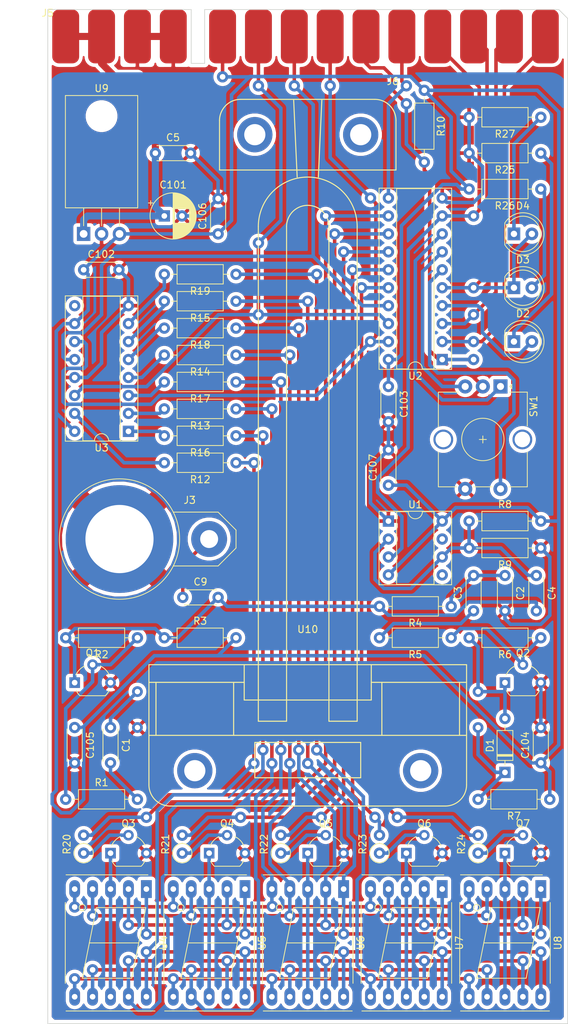
<source format=kicad_pcb>
(kicad_pcb (version 20171130) (host pcbnew 5.1.6)
  (title_block (title "Tuning Fork Clock") (date 2020-05-23) (rev r01) (company "Nuclear Lighthouse Studios") (comment 1 "CC BY-SA"))
  (layers (0 F.Cu signal) (31 B.Cu signal) (34 B.Paste user) (35 F.Paste user) (36 B.SilkS user) (37 F.SilkS user) (38 B.Mask user) (39 F.Mask user) (44 Edge.Cuts user))
  (net 0 "")
  (net 1 "Net-(C1-Pad2)")
  (net 2 "Net-(C1-Pad1)")
  (net 3 GND)
  (net 4 "Net-(C2-Pad1)")
  (net 5 "Net-(C3-Pad1)")
  (net 6 ForkOut)
  (net 7 "Net-(C4-Pad1)")
  (net 8 "Net-(C9-Pad1)")
  (net 9 +5V)
  (net 10 "Net-(D1-Pad2)")
  (net 11 "Net-(D1-Pad1)")
  (net 12 LED_INPUT)
  (net 13 "Net-(D2-Pad1)")
  (net 14 "Net-(D3-Pad2)")
  (net 15 LED_STATUS)
  (net 16 "Net-(D4-Pad1)")
  (net 17 MISO)
  (net 18 SCK)
  (net 19 RST)
  (net 20 MOSI)
  (net 21 PPS)
  (net 22 TXD)
  (net 23 RXD)
  (net 24 "Net-(Q1-Pad2)")
  (net 25 "Net-(Q2-Pad2)")
  (net 26 "Net-(Q3-Pad1)")
  (net 27 "Net-(Q3-Pad2)")
  (net 28 "Net-(Q4-Pad1)")
  (net 29 "Net-(Q4-Pad2)")
  (net 30 "Net-(Q5-Pad1)")
  (net 31 "Net-(Q5-Pad2)")
  (net 32 "Net-(Q6-Pad1)")
  (net 33 "Net-(Q6-Pad2)")
  (net 34 "Net-(Q7-Pad1)")
  (net 35 "Net-(Q7-Pad2)")
  (net 36 "Net-(R12-Pad2)")
  (net 37 /SA)
  (net 38 "Net-(R13-Pad2)")
  (net 39 /SC)
  (net 40 "Net-(R14-Pad2)")
  (net 41 /SE)
  (net 42 "Net-(R15-Pad2)")
  (net 43 /SG)
  (net 44 "Net-(R16-Pad2)")
  (net 45 /SB)
  (net 46 "Net-(R17-Pad2)")
  (net 47 /SD)
  (net 48 "Net-(R18-Pad2)")
  (net 49 /SF)
  (net 50 "Net-(R19-Pad2)")
  (net 51 /SDP)
  (net 52 /D1EN)
  (net 53 /D2EN)
  (net 54 /D3EN)
  (net 55 /D4EN)
  (net 56 /D5EN)
  (net 57 ROT_DATA)
  (net 58 ROT_CLK)
  (net 59 ROT_SW)
  (net 60 "Net-(U1-Pad7)")
  (net 61 Clock)
  (net 62 "Net-(U1-Pad5)")
  (net 63 "Net-(U3-Pad9)")
  (net 64 +9V)
  (module Capacitor_THT:C_Disc_D4.3mm_W1.9mm_P5.00mm (layer F.Cu) (at 86.36 101.6 90)
    (fp_text reference C107 (at 2.5 -2.2 90) (layer F.SilkS))
    (fp_text value 100n)
    (pad 2 thru_hole circle (at 5 0 90) (size 1.6 1.6) (drill 0.8) (layers *.Cu *.Mask) (net 3 GND))
    (pad 1 thru_hole circle (at 0 0 90) (size 1.6 1.6) (drill 0.8) (layers *.Cu *.Mask) (net 9 +5V))
  )
  (module "Tuning Fork Clock:EdgeConnSignal" (layer F.Cu) (at 60.325 34.29)
    (fp_text reference J6 (at 26.67 10.16) (layer F.SilkS))
    (fp_text value Conn_01x08_Male)
    (pad 10 connect roundrect (at 48.26 3.81) (size 3.81 7.62) (layers F.Cu F.Mask) (net 23 RXD))
    (pad 9 connect roundrect (at 43.18 3.81) (size 3.81 7.62) (layers F.Cu F.Mask) (net 22 TXD))
    (pad 8 connect roundrect (at 38.1 3.81) (size 3.81 7.62) (layers F.Cu F.Mask) (net 15 LED_STATUS))
    (pad 7 connect roundrect (at 33.02 3.81) (size 3.81 7.62) (layers F.Cu F.Mask) (net 61 Clock))
    (pad 6 connect roundrect (at 27.94 3.81) (size 3.81 7.62) (layers F.Cu F.Mask) (net 21 PPS))
    (pad 5 connect roundrect (at 22.86 3.81) (size 3.81 7.62) (layers F.Cu F.Mask) (net 19 RST))
    (pad 4 connect roundrect (at 17.78 3.81) (size 3.81 7.62) (layers F.Cu F.Mask) (net 18 SCK))
    (pad 3 connect roundrect (at 12.7 3.81) (size 3.81 7.62) (layers F.Cu F.Mask) (net 20 MOSI))
    (pad 2 connect roundrect (at 7.62 3.81) (size 3.81 7.62) (layers F.Cu F.Mask) (net 17 MISO))
    (pad 1 connect roundrect (at 2.54 3.81) (size 3.81 7.62) (layers F.Cu F.Mask) (net 9 +5V))
  )
  (module "Tuning Fork Clock:Tuning Fork" (layer F.Cu) (at 74.93 127)
    (fp_text reference U10 (at 0 -5) (layer F.SilkS))
    (fp_text value TuningFork)
    (pad 1 thru_hole circle (at -24.13 3.81) (size 1.524 1.524) (drill 0.762) (layers *.Cu *.Mask) (net 2 "Net-(C1-Pad1)"))
    (pad 2 thru_hole circle (at -24.13 8.89) (size 1.524 1.524) (drill 0.762) (layers *.Cu *.Mask) (net 3 GND))
    (pad 3 thru_hole circle (at 24.13 8.89) (size 1.524 1.524) (drill 0.762) (layers *.Cu *.Mask) (net 11 "Net-(D1-Pad1)"))
    (pad 4 thru_hole circle (at 24.13 3.81) (size 1.524 1.524) (drill 0.762) (layers *.Cu *.Mask) (net 10 "Net-(D1-Pad2)"))
    (pad "" np_thru_hole circle (at 7.5 -75) (size 5 5) (drill 2.999999) (layers *.Cu *.Mask))
    (pad "" np_thru_hole circle (at -7.5 -75) (size 5 5) (drill 2.999999) (layers *.Cu *.Mask))
    (pad "" np_thru_hole circle (at -16 15) (size 5 5) (drill 2.999999) (layers *.Cu *.Mask))
    (pad "" np_thru_hole circle (at 16 15) (size 5 5) (drill 2.999999) (layers *.Cu *.Mask))
  )
  (module "Tuning Fork Clock:EdgeConnPower" (layer F.Cu) (at 38.1 34.29)
    (fp_text reference J5 (at 0 0.5) (layer F.SilkS))
    (fp_text value Conn_01x02_Male)
    (pad 4 connect roundrect (at 17.78 3.81) (size 3.81 7.62) (layers F.Cu F.Mask) (net 3 GND))
    (pad 3 connect roundrect (at 12.7 3.81) (size 3.81 7.62) (layers F.Cu F.Mask) (net 3 GND))
    (pad 1 connect roundrect (at 2.54 3.81) (size 3.81 7.62) (layers F.Cu F.Mask) (net 64 +9V))
    (pad 2 connect roundrect (at 7.62 3.81) (size 3.81 7.62) (layers F.Cu F.Mask) (net 64 +9V))
  )
  (module Package_TO_SOT_THT:TO-220-3_Horizontal_TabDown (layer F.Cu) (at 43.18 66.04)
    (fp_text reference U9 (at 2.54 -20.58) (layer F.SilkS))
    (fp_text value L7805)
    (pad 3 thru_hole oval (at 5.08 0) (size 1.905 2) (drill 1.1) (layers *.Cu *.Mask) (net 9 +5V))
    (pad 2 thru_hole oval (at 2.54 0) (size 1.905 2) (drill 1.1) (layers *.Cu *.Mask) (net 3 GND))
    (pad 1 thru_hole rect (at 0 0) (size 1.905 2) (drill 1.1) (layers *.Cu *.Mask) (net 64 +9V))
    (pad "" np_thru_hole oval (at 2.54 -16.66) (size 3.5 3.5) (drill 3.5) (layers *.Cu *.Mask))
  )
  (module Capacitor_THT:C_Disc_D4.3mm_W1.9mm_P5.00mm (layer F.Cu) (at 53.34 54.61)
    (fp_text reference C5 (at 2.5 -2.2) (layer F.SilkS))
    (fp_text value 100n)
    (pad 2 thru_hole circle (at 5 0) (size 1.6 1.6) (drill 0.8) (layers *.Cu *.Mask) (net 3 GND))
    (pad 1 thru_hole circle (at 0 0) (size 1.6 1.6) (drill 0.8) (layers *.Cu *.Mask) (net 64 +9V))
  )
  (module Resistor_THT:R_Axial_DIN0207_L6.3mm_D2.5mm_P2.54mm_Vertical (layer F.Cu) (at 99.06 153.67 90)
    (fp_text reference R24 (at 1.27 -2.37 90) (layer F.SilkS))
    (fp_text value 10k)
    (pad 2 thru_hole oval (at 2.54 0 90) (size 1.6 1.6) (drill 0.8) (layers *.Cu *.Mask) (net 56 /D5EN))
    (pad 1 thru_hole circle (at 0 0 90) (size 1.6 1.6) (drill 0.8) (layers *.Cu *.Mask) (net 35 "Net-(Q7-Pad2)"))
  )
  (module Resistor_THT:R_Axial_DIN0207_L6.3mm_D2.5mm_P2.54mm_Vertical (layer F.Cu) (at 85.09 153.67 90)
    (fp_text reference R23 (at 1.27 -2.37 90) (layer F.SilkS))
    (fp_text value 10k)
    (pad 2 thru_hole oval (at 2.54 0 90) (size 1.6 1.6) (drill 0.8) (layers *.Cu *.Mask) (net 55 /D4EN))
    (pad 1 thru_hole circle (at 0 0 90) (size 1.6 1.6) (drill 0.8) (layers *.Cu *.Mask) (net 33 "Net-(Q6-Pad2)"))
  )
  (module Resistor_THT:R_Axial_DIN0207_L6.3mm_D2.5mm_P2.54mm_Vertical (layer F.Cu) (at 71.12 153.67 90)
    (fp_text reference R22 (at 1.27 -2.37 90) (layer F.SilkS))
    (fp_text value 10k)
    (pad 2 thru_hole oval (at 2.54 0 90) (size 1.6 1.6) (drill 0.8) (layers *.Cu *.Mask) (net 54 /D3EN))
    (pad 1 thru_hole circle (at 0 0 90) (size 1.6 1.6) (drill 0.8) (layers *.Cu *.Mask) (net 31 "Net-(Q5-Pad2)"))
  )
  (module Resistor_THT:R_Axial_DIN0207_L6.3mm_D2.5mm_P2.54mm_Vertical (layer F.Cu) (at 57.15 153.67 90)
    (fp_text reference R21 (at 1.27 -2.37 90) (layer F.SilkS))
    (fp_text value 10k)
    (pad 2 thru_hole oval (at 2.54 0 90) (size 1.6 1.6) (drill 0.8) (layers *.Cu *.Mask) (net 53 /D2EN))
    (pad 1 thru_hole circle (at 0 0 90) (size 1.6 1.6) (drill 0.8) (layers *.Cu *.Mask) (net 29 "Net-(Q4-Pad2)"))
  )
  (module Resistor_THT:R_Axial_DIN0207_L6.3mm_D2.5mm_P2.54mm_Vertical (layer F.Cu) (at 43.18 153.67 90)
    (fp_text reference R20 (at 1.27 -2.37 90) (layer F.SilkS))
    (fp_text value 10k)
    (pad 2 thru_hole oval (at 2.54 0 90) (size 1.6 1.6) (drill 0.8) (layers *.Cu *.Mask) (net 52 /D1EN))
    (pad 1 thru_hole circle (at 0 0 90) (size 1.6 1.6) (drill 0.8) (layers *.Cu *.Mask) (net 27 "Net-(Q3-Pad2)"))
  )
  (module Package_TO_SOT_THT:TO-92_Wide (layer F.Cu) (at 102.87 153.67)
    (fp_text reference Q7 (at 2.55 -4.19) (layer F.SilkS))
    (fp_text value BC547)
    (pad 1 thru_hole rect (at 0 0 90) (size 1.5 1.5) (drill 0.8) (layers *.Cu *.Mask) (net 34 "Net-(Q7-Pad1)"))
    (pad 3 thru_hole circle (at 5.08 0 90) (size 1.5 1.5) (drill 0.8) (layers *.Cu *.Mask) (net 3 GND))
    (pad 2 thru_hole circle (at 2.54 -2.54 90) (size 1.5 1.5) (drill 0.8) (layers *.Cu *.Mask) (net 35 "Net-(Q7-Pad2)"))
  )
  (module Package_TO_SOT_THT:TO-92_Wide (layer F.Cu) (at 88.9 153.67)
    (fp_text reference Q6 (at 2.55 -4.19) (layer F.SilkS))
    (fp_text value BC547)
    (pad 1 thru_hole rect (at 0 0 90) (size 1.5 1.5) (drill 0.8) (layers *.Cu *.Mask) (net 32 "Net-(Q6-Pad1)"))
    (pad 3 thru_hole circle (at 5.08 0 90) (size 1.5 1.5) (drill 0.8) (layers *.Cu *.Mask) (net 3 GND))
    (pad 2 thru_hole circle (at 2.54 -2.54 90) (size 1.5 1.5) (drill 0.8) (layers *.Cu *.Mask) (net 33 "Net-(Q6-Pad2)"))
  )
  (module Package_TO_SOT_THT:TO-92_Wide (layer F.Cu) (at 74.93 153.67)
    (fp_text reference Q5 (at 2.55 -4.19) (layer F.SilkS))
    (fp_text value BC547)
    (pad 1 thru_hole rect (at 0 0 90) (size 1.5 1.5) (drill 0.8) (layers *.Cu *.Mask) (net 30 "Net-(Q5-Pad1)"))
    (pad 3 thru_hole circle (at 5.08 0 90) (size 1.5 1.5) (drill 0.8) (layers *.Cu *.Mask) (net 3 GND))
    (pad 2 thru_hole circle (at 2.54 -2.54 90) (size 1.5 1.5) (drill 0.8) (layers *.Cu *.Mask) (net 31 "Net-(Q5-Pad2)"))
  )
  (module Package_TO_SOT_THT:TO-92_Wide (layer F.Cu) (at 60.96 153.67)
    (fp_text reference Q4 (at 2.55 -4.19) (layer F.SilkS))
    (fp_text value BC547)
    (pad 1 thru_hole rect (at 0 0 90) (size 1.5 1.5) (drill 0.8) (layers *.Cu *.Mask) (net 28 "Net-(Q4-Pad1)"))
    (pad 3 thru_hole circle (at 5.08 0 90) (size 1.5 1.5) (drill 0.8) (layers *.Cu *.Mask) (net 3 GND))
    (pad 2 thru_hole circle (at 2.54 -2.54 90) (size 1.5 1.5) (drill 0.8) (layers *.Cu *.Mask) (net 29 "Net-(Q4-Pad2)"))
  )
  (module Package_TO_SOT_THT:TO-92_Wide (layer F.Cu) (at 46.99 153.67)
    (fp_text reference Q3 (at 2.55 -4.19) (layer F.SilkS))
    (fp_text value BC547)
    (pad 1 thru_hole rect (at 0 0 90) (size 1.5 1.5) (drill 0.8) (layers *.Cu *.Mask) (net 26 "Net-(Q3-Pad1)"))
    (pad 3 thru_hole circle (at 5.08 0 90) (size 1.5 1.5) (drill 0.8) (layers *.Cu *.Mask) (net 3 GND))
    (pad 2 thru_hole circle (at 2.54 -2.54 90) (size 1.5 1.5) (drill 0.8) (layers *.Cu *.Mask) (net 27 "Net-(Q3-Pad2)"))
  )
  (module Package_TO_SOT_THT:TO-92_Wide (layer F.Cu) (at 102.87 129.54)
    (fp_text reference Q2 (at 2.55 -4.19) (layer F.SilkS))
    (fp_text value BC547)
    (pad 1 thru_hole rect (at 0 0 90) (size 1.5 1.5) (drill 0.8) (layers *.Cu *.Mask) (net 10 "Net-(D1-Pad2)"))
    (pad 3 thru_hole circle (at 5.08 0 90) (size 1.5 1.5) (drill 0.8) (layers *.Cu *.Mask) (net 3 GND))
    (pad 2 thru_hole circle (at 2.54 -2.54 90) (size 1.5 1.5) (drill 0.8) (layers *.Cu *.Mask) (net 25 "Net-(Q2-Pad2)"))
  )
  (module Package_TO_SOT_THT:TO-92_Wide (layer F.Cu) (at 41.91 129.54)
    (fp_text reference Q1 (at 2.55 -4.19) (layer F.SilkS))
    (fp_text value BC547)
    (pad 1 thru_hole rect (at 0 0 90) (size 1.5 1.5) (drill 0.8) (layers *.Cu *.Mask) (net 6 ForkOut))
    (pad 3 thru_hole circle (at 5.08 0 90) (size 1.5 1.5) (drill 0.8) (layers *.Cu *.Mask) (net 3 GND))
    (pad 2 thru_hole circle (at 2.54 -2.54 90) (size 1.5 1.5) (drill 0.8) (layers *.Cu *.Mask) (net 24 "Net-(Q1-Pad2)"))
  )
  (module Connector_Coaxial:BNC_PanelMountable_Vertical (layer F.Cu) (at 60.96 109.22)
    (fp_text reference J3 (at -2.75 -5.5) (layer F.SilkS))
    (fp_text value Conn_Coaxial)
    (pad 1 thru_hole circle (at 0 0) (size 5.08 5.08) (drill 2.54) (layers *.Cu *.Mask) (net 8 "Net-(C9-Pad1)"))
    (pad 2 thru_hole circle (at -12.7 0) (size 15.24 15.24) (drill 9.65) (layers *.Cu *.Mask) (net 3 GND))
  )
  (module Display_7Segment:7SegmentLED_LTS6760_LTS6780 (layer F.Cu) (at 107.95 158.75 270)
    (fp_text reference U8 (at 7.62 -2.42 90) (layer F.SilkS))
    (fp_text value SC39-11YWA)
    (pad 1 thru_hole rect (at 0 0 180) (size 1.524 2.524) (drill 0.8) (layers *.Cu *.Mask) (net 43 /SG))
    (pad 2 thru_hole oval (at 0 2.54 180) (size 1.524 2.524) (drill 0.8) (layers *.Cu *.Mask) (net 49 /SF))
    (pad 3 thru_hole oval (at 0 5.08 180) (size 1.524 2.524) (drill 0.8) (layers *.Cu *.Mask) (net 34 "Net-(Q7-Pad1)"))
    (pad 4 thru_hole oval (at 0 7.62 180) (size 1.524 2.524) (drill 0.8) (layers *.Cu *.Mask) (net 41 /SE))
    (pad 5 thru_hole oval (at 0 10.16 180) (size 1.524 2.524) (drill 0.8) (layers *.Cu *.Mask) (net 47 /SD))
    (pad 6 thru_hole oval (at 15.24 10.16 180) (size 1.524 2.524) (drill 0.8) (layers *.Cu *.Mask) (net 51 /SDP))
    (pad 7 thru_hole oval (at 15.24 7.62 180) (size 1.524 2.524) (drill 0.8) (layers *.Cu *.Mask) (net 39 /SC))
    (pad 8 thru_hole oval (at 15.24 5.08 180) (size 1.524 2.524) (drill 0.8) (layers *.Cu *.Mask) (net 34 "Net-(Q7-Pad1)"))
    (pad 9 thru_hole oval (at 15.24 2.54 180) (size 1.524 2.524) (drill 0.8) (layers *.Cu *.Mask) (net 45 /SB))
    (pad 10 thru_hole oval (at 15.24 0 180) (size 1.524 2.524) (drill 0.8) (layers *.Cu *.Mask) (net 37 /SA))
  )
  (module Display_7Segment:7SegmentLED_LTS6760_LTS6780 (layer F.Cu) (at 93.98 158.75 270)
    (fp_text reference U7 (at 7.62 -2.42 90) (layer F.SilkS))
    (fp_text value SC39-11YWA)
    (pad 1 thru_hole rect (at 0 0 180) (size 1.524 2.524) (drill 0.8) (layers *.Cu *.Mask) (net 43 /SG))
    (pad 2 thru_hole oval (at 0 2.54 180) (size 1.524 2.524) (drill 0.8) (layers *.Cu *.Mask) (net 49 /SF))
    (pad 3 thru_hole oval (at 0 5.08 180) (size 1.524 2.524) (drill 0.8) (layers *.Cu *.Mask) (net 32 "Net-(Q6-Pad1)"))
    (pad 4 thru_hole oval (at 0 7.62 180) (size 1.524 2.524) (drill 0.8) (layers *.Cu *.Mask) (net 41 /SE))
    (pad 5 thru_hole oval (at 0 10.16 180) (size 1.524 2.524) (drill 0.8) (layers *.Cu *.Mask) (net 47 /SD))
    (pad 6 thru_hole oval (at 15.24 10.16 180) (size 1.524 2.524) (drill 0.8) (layers *.Cu *.Mask) (net 51 /SDP))
    (pad 7 thru_hole oval (at 15.24 7.62 180) (size 1.524 2.524) (drill 0.8) (layers *.Cu *.Mask) (net 39 /SC))
    (pad 8 thru_hole oval (at 15.24 5.08 180) (size 1.524 2.524) (drill 0.8) (layers *.Cu *.Mask) (net 32 "Net-(Q6-Pad1)"))
    (pad 9 thru_hole oval (at 15.24 2.54 180) (size 1.524 2.524) (drill 0.8) (layers *.Cu *.Mask) (net 45 /SB))
    (pad 10 thru_hole oval (at 15.24 0 180) (size 1.524 2.524) (drill 0.8) (layers *.Cu *.Mask) (net 37 /SA))
  )
  (module Display_7Segment:7SegmentLED_LTS6760_LTS6780 (layer F.Cu) (at 80.01 158.75 270)
    (fp_text reference U6 (at 7.62 -2.42 90) (layer F.SilkS))
    (fp_text value SC39-11YWA)
    (pad 1 thru_hole rect (at 0 0 180) (size 1.524 2.524) (drill 0.8) (layers *.Cu *.Mask) (net 43 /SG))
    (pad 2 thru_hole oval (at 0 2.54 180) (size 1.524 2.524) (drill 0.8) (layers *.Cu *.Mask) (net 49 /SF))
    (pad 3 thru_hole oval (at 0 5.08 180) (size 1.524 2.524) (drill 0.8) (layers *.Cu *.Mask) (net 30 "Net-(Q5-Pad1)"))
    (pad 4 thru_hole oval (at 0 7.62 180) (size 1.524 2.524) (drill 0.8) (layers *.Cu *.Mask) (net 41 /SE))
    (pad 5 thru_hole oval (at 0 10.16 180) (size 1.524 2.524) (drill 0.8) (layers *.Cu *.Mask) (net 47 /SD))
    (pad 6 thru_hole oval (at 15.24 10.16 180) (size 1.524 2.524) (drill 0.8) (layers *.Cu *.Mask) (net 51 /SDP))
    (pad 7 thru_hole oval (at 15.24 7.62 180) (size 1.524 2.524) (drill 0.8) (layers *.Cu *.Mask) (net 39 /SC))
    (pad 8 thru_hole oval (at 15.24 5.08 180) (size 1.524 2.524) (drill 0.8) (layers *.Cu *.Mask) (net 30 "Net-(Q5-Pad1)"))
    (pad 9 thru_hole oval (at 15.24 2.54 180) (size 1.524 2.524) (drill 0.8) (layers *.Cu *.Mask) (net 45 /SB))
    (pad 10 thru_hole oval (at 15.24 0 180) (size 1.524 2.524) (drill 0.8) (layers *.Cu *.Mask) (net 37 /SA))
  )
  (module Display_7Segment:7SegmentLED_LTS6760_LTS6780 (layer F.Cu) (at 66.04 158.75 270)
    (fp_text reference U5 (at 7.62 -2.42 90) (layer F.SilkS))
    (fp_text value SC39-11YWA)
    (pad 1 thru_hole rect (at 0 0 180) (size 1.524 2.524) (drill 0.8) (layers *.Cu *.Mask) (net 43 /SG))
    (pad 2 thru_hole oval (at 0 2.54 180) (size 1.524 2.524) (drill 0.8) (layers *.Cu *.Mask) (net 49 /SF))
    (pad 3 thru_hole oval (at 0 5.08 180) (size 1.524 2.524) (drill 0.8) (layers *.Cu *.Mask) (net 28 "Net-(Q4-Pad1)"))
    (pad 4 thru_hole oval (at 0 7.62 180) (size 1.524 2.524) (drill 0.8) (layers *.Cu *.Mask) (net 41 /SE))
    (pad 5 thru_hole oval (at 0 10.16 180) (size 1.524 2.524) (drill 0.8) (layers *.Cu *.Mask) (net 47 /SD))
    (pad 6 thru_hole oval (at 15.24 10.16 180) (size 1.524 2.524) (drill 0.8) (layers *.Cu *.Mask) (net 51 /SDP))
    (pad 7 thru_hole oval (at 15.24 7.62 180) (size 1.524 2.524) (drill 0.8) (layers *.Cu *.Mask) (net 39 /SC))
    (pad 8 thru_hole oval (at 15.24 5.08 180) (size 1.524 2.524) (drill 0.8) (layers *.Cu *.Mask) (net 28 "Net-(Q4-Pad1)"))
    (pad 9 thru_hole oval (at 15.24 2.54 180) (size 1.524 2.524) (drill 0.8) (layers *.Cu *.Mask) (net 45 /SB))
    (pad 10 thru_hole oval (at 15.24 0 180) (size 1.524 2.524) (drill 0.8) (layers *.Cu *.Mask) (net 37 /SA))
  )
  (module Display_7Segment:7SegmentLED_LTS6760_LTS6780 (layer F.Cu) (at 52.07 158.75 270)
    (fp_text reference U4 (at 7.62 -2.42 90) (layer F.SilkS))
    (fp_text value SC39-11YWA)
    (pad 1 thru_hole rect (at 0 0 180) (size 1.524 2.524) (drill 0.8) (layers *.Cu *.Mask) (net 43 /SG))
    (pad 2 thru_hole oval (at 0 2.54 180) (size 1.524 2.524) (drill 0.8) (layers *.Cu *.Mask) (net 49 /SF))
    (pad 3 thru_hole oval (at 0 5.08 180) (size 1.524 2.524) (drill 0.8) (layers *.Cu *.Mask) (net 26 "Net-(Q3-Pad1)"))
    (pad 4 thru_hole oval (at 0 7.62 180) (size 1.524 2.524) (drill 0.8) (layers *.Cu *.Mask) (net 41 /SE))
    (pad 5 thru_hole oval (at 0 10.16 180) (size 1.524 2.524) (drill 0.8) (layers *.Cu *.Mask) (net 47 /SD))
    (pad 6 thru_hole oval (at 15.24 10.16 180) (size 1.524 2.524) (drill 0.8) (layers *.Cu *.Mask) (net 51 /SDP))
    (pad 7 thru_hole oval (at 15.24 7.62 180) (size 1.524 2.524) (drill 0.8) (layers *.Cu *.Mask) (net 39 /SC))
    (pad 8 thru_hole oval (at 15.24 5.08 180) (size 1.524 2.524) (drill 0.8) (layers *.Cu *.Mask) (net 26 "Net-(Q3-Pad1)"))
    (pad 9 thru_hole oval (at 15.24 2.54 180) (size 1.524 2.524) (drill 0.8) (layers *.Cu *.Mask) (net 45 /SB))
    (pad 10 thru_hole oval (at 15.24 0 180) (size 1.524 2.524) (drill 0.8) (layers *.Cu *.Mask) (net 37 /SA))
  )
  (module Package_DIP:DIP-16_W7.62mm_Socket (layer F.Cu) (at 49.53 93.98 180)
    (fp_text reference U3 (at 3.81 -2.33) (layer F.SilkS))
    (fp_text value 74HC595)
    (pad 16 thru_hole oval (at 7.62 0 180) (size 1.6 1.6) (drill 0.8) (layers *.Cu *.Mask) (net 9 +5V))
    (pad 8 thru_hole oval (at 0 17.78 180) (size 1.6 1.6) (drill 0.8) (layers *.Cu *.Mask) (net 3 GND))
    (pad 15 thru_hole oval (at 7.62 2.54 180) (size 1.6 1.6) (drill 0.8) (layers *.Cu *.Mask) (net 36 "Net-(R12-Pad2)"))
    (pad 7 thru_hole oval (at 0 15.24 180) (size 1.6 1.6) (drill 0.8) (layers *.Cu *.Mask) (net 50 "Net-(R19-Pad2)"))
    (pad 14 thru_hole oval (at 7.62 5.08 180) (size 1.6 1.6) (drill 0.8) (layers *.Cu *.Mask) (net 17 MISO))
    (pad 6 thru_hole oval (at 0 12.7 180) (size 1.6 1.6) (drill 0.8) (layers *.Cu *.Mask) (net 42 "Net-(R15-Pad2)"))
    (pad 13 thru_hole oval (at 7.62 7.62 180) (size 1.6 1.6) (drill 0.8) (layers *.Cu *.Mask) (net 3 GND))
    (pad 5 thru_hole oval (at 0 10.16 180) (size 1.6 1.6) (drill 0.8) (layers *.Cu *.Mask) (net 48 "Net-(R18-Pad2)"))
    (pad 12 thru_hole oval (at 7.62 10.16 180) (size 1.6 1.6) (drill 0.8) (layers *.Cu *.Mask) (net 20 MOSI))
    (pad 4 thru_hole oval (at 0 7.62 180) (size 1.6 1.6) (drill 0.8) (layers *.Cu *.Mask) (net 40 "Net-(R14-Pad2)"))
    (pad 11 thru_hole oval (at 7.62 12.7 180) (size 1.6 1.6) (drill 0.8) (layers *.Cu *.Mask) (net 18 SCK))
    (pad 3 thru_hole oval (at 0 5.08 180) (size 1.6 1.6) (drill 0.8) (layers *.Cu *.Mask) (net 46 "Net-(R17-Pad2)"))
    (pad 10 thru_hole oval (at 7.62 15.24 180) (size 1.6 1.6) (drill 0.8) (layers *.Cu *.Mask) (net 9 +5V))
    (pad 2 thru_hole oval (at 0 2.54 180) (size 1.6 1.6) (drill 0.8) (layers *.Cu *.Mask) (net 38 "Net-(R13-Pad2)"))
    (pad 9 thru_hole oval (at 7.62 17.78 180) (size 1.6 1.6) (drill 0.8) (layers *.Cu *.Mask) (net 63 "Net-(U3-Pad9)"))
    (pad 1 thru_hole rect (at 0 0 180) (size 1.6 1.6) (drill 0.8) (layers *.Cu *.Mask) (net 44 "Net-(R16-Pad2)"))
  )
  (module Package_DIP:DIP-20_W7.62mm_Socket (layer F.Cu) (at 93.98 83.82 180)
    (fp_text reference U2 (at 3.81 -2.33) (layer F.SilkS))
    (fp_text value ATtiny4313-PU)
    (pad 20 thru_hole oval (at 7.62 0 180) (size 1.6 1.6) (drill 0.8) (layers *.Cu *.Mask) (net 9 +5V))
    (pad 10 thru_hole oval (at 0 22.86 180) (size 1.6 1.6) (drill 0.8) (layers *.Cu *.Mask) (net 3 GND))
    (pad 19 thru_hole oval (at 7.62 2.54 180) (size 1.6 1.6) (drill 0.8) (layers *.Cu *.Mask) (net 18 SCK))
    (pad 9 thru_hole oval (at 0 20.32 180) (size 1.6 1.6) (drill 0.8) (layers *.Cu *.Mask) (net 61 Clock))
    (pad 18 thru_hole oval (at 7.62 5.08 180) (size 1.6 1.6) (drill 0.8) (layers *.Cu *.Mask) (net 17 MISO))
    (pad 8 thru_hole oval (at 0 17.78 180) (size 1.6 1.6) (drill 0.8) (layers *.Cu *.Mask) (net 57 ROT_DATA))
    (pad 17 thru_hole oval (at 7.62 7.62 180) (size 1.6 1.6) (drill 0.8) (layers *.Cu *.Mask) (net 20 MOSI))
    (pad 7 thru_hole oval (at 0 15.24 180) (size 1.6 1.6) (drill 0.8) (layers *.Cu *.Mask) (net 58 ROT_CLK))
    (pad 16 thru_hole oval (at 7.62 10.16 180) (size 1.6 1.6) (drill 0.8) (layers *.Cu *.Mask) (net 56 /D5EN))
    (pad 6 thru_hole oval (at 0 12.7 180) (size 1.6 1.6) (drill 0.8) (layers *.Cu *.Mask) (net 59 ROT_SW))
    (pad 15 thru_hole oval (at 7.62 12.7 180) (size 1.6 1.6) (drill 0.8) (layers *.Cu *.Mask) (net 55 /D4EN))
    (pad 5 thru_hole oval (at 0 10.16 180) (size 1.6 1.6) (drill 0.8) (layers *.Cu *.Mask) (net 15 LED_STATUS))
    (pad 14 thru_hole oval (at 7.62 15.24 180) (size 1.6 1.6) (drill 0.8) (layers *.Cu *.Mask) (net 54 /D3EN))
    (pad 4 thru_hole oval (at 0 7.62 180) (size 1.6 1.6) (drill 0.8) (layers *.Cu *.Mask) (net 12 LED_INPUT))
    (pad 13 thru_hole oval (at 7.62 17.78 180) (size 1.6 1.6) (drill 0.8) (layers *.Cu *.Mask) (net 53 /D2EN))
    (pad 3 thru_hole oval (at 0 5.08 180) (size 1.6 1.6) (drill 0.8) (layers *.Cu *.Mask) (net 22 TXD))
    (pad 12 thru_hole oval (at 7.62 20.32 180) (size 1.6 1.6) (drill 0.8) (layers *.Cu *.Mask) (net 52 /D1EN))
    (pad 2 thru_hole oval (at 0 2.54 180) (size 1.6 1.6) (drill 0.8) (layers *.Cu *.Mask) (net 23 RXD))
    (pad 11 thru_hole oval (at 7.62 22.86 180) (size 1.6 1.6) (drill 0.8) (layers *.Cu *.Mask) (net 21 PPS))
    (pad 1 thru_hole rect (at 0 0 180) (size 1.6 1.6) (drill 0.8) (layers *.Cu *.Mask) (net 19 RST))
  )
  (module Package_DIP:DIP-8_W7.62mm_Socket (layer F.Cu) (at 86.36 106.68)
    (fp_text reference U1 (at 3.81 -2.33) (layer F.SilkS))
    (fp_text value NE555P)
    (pad 8 thru_hole oval (at 7.62 0) (size 1.6 1.6) (drill 0.8) (layers *.Cu *.Mask) (net 9 +5V))
    (pad 4 thru_hole oval (at 0 7.62) (size 1.6 1.6) (drill 0.8) (layers *.Cu *.Mask) (net 9 +5V))
    (pad 7 thru_hole oval (at 7.62 2.54) (size 1.6 1.6) (drill 0.8) (layers *.Cu *.Mask) (net 60 "Net-(U1-Pad7)"))
    (pad 3 thru_hole oval (at 0 5.08) (size 1.6 1.6) (drill 0.8) (layers *.Cu *.Mask) (net 61 Clock))
    (pad 6 thru_hole oval (at 7.62 5.08) (size 1.6 1.6) (drill 0.8) (layers *.Cu *.Mask) (net 7 "Net-(C4-Pad1)"))
    (pad 2 thru_hole oval (at 0 2.54) (size 1.6 1.6) (drill 0.8) (layers *.Cu *.Mask) (net 7 "Net-(C4-Pad1)"))
    (pad 5 thru_hole oval (at 7.62 7.62) (size 1.6 1.6) (drill 0.8) (layers *.Cu *.Mask) (net 62 "Net-(U1-Pad5)"))
    (pad 1 thru_hole rect (at 0 0) (size 1.6 1.6) (drill 0.8) (layers *.Cu *.Mask) (net 3 GND))
  )
  (module Rotary_Encoder:RotaryEncoder_Alps_EC12E-Switch_Vertical_H20mm_CircularMountingHoles (layer F.Cu) (at 102.235 87.63 270)
    (fp_text reference SW1 (at 2.8 -4.7 90) (layer F.SilkS))
    (fp_text value Rotary_Encoder_Switch)
    (pad A thru_hole rect (at 0 0 270) (size 2 2) (drill 1) (layers *.Cu *.Mask) (net 57 ROT_DATA))
    (pad C thru_hole circle (at 0 2.5 270) (size 2 2) (drill 1) (layers *.Cu *.Mask) (net 3 GND))
    (pad B thru_hole circle (at 0 5 270) (size 2 2) (drill 1) (layers *.Cu *.Mask) (net 58 ROT_CLK))
    (pad MP thru_hole circle (at 7.5 -3.1 270) (size 2.8 2.8) (drill 2.2) (layers *.Cu *.Mask))
    (pad MP thru_hole circle (at 7.5 8.1 270) (size 2.8 2.8) (drill 2.2) (layers *.Cu *.Mask))
    (pad S1 thru_hole circle (at 14.5 0 270) (size 2 2) (drill 1) (layers *.Cu *.Mask) (net 59 ROT_SW))
    (pad S2 thru_hole circle (at 14.5 5 270) (size 2 2) (drill 1) (layers *.Cu *.Mask) (net 3 GND))
  )
  (module Resistor_THT:R_Axial_DIN0207_L6.3mm_D2.5mm_P10.16mm_Horizontal (layer F.Cu) (at 107.95 49.53 180)
    (fp_text reference R27 (at 5.08 -2.37) (layer F.SilkS))
    (fp_text value 1k)
    (pad 2 thru_hole oval (at 10.16 0 180) (size 1.6 1.6) (drill 0.8) (layers *.Cu *.Mask) (net 3 GND))
    (pad 1 thru_hole circle (at 0 0 180) (size 1.6 1.6) (drill 0.8) (layers *.Cu *.Mask) (net 16 "Net-(D4-Pad1)"))
  )
  (module Resistor_THT:R_Axial_DIN0207_L6.3mm_D2.5mm_P10.16mm_Horizontal (layer F.Cu) (at 107.95 59.69 180)
    (fp_text reference R26 (at 5.08 -2.37) (layer F.SilkS))
    (fp_text value 1k)
    (pad 2 thru_hole oval (at 10.16 0 180) (size 1.6 1.6) (drill 0.8) (layers *.Cu *.Mask) (net 9 +5V))
    (pad 1 thru_hole circle (at 0 0 180) (size 1.6 1.6) (drill 0.8) (layers *.Cu *.Mask) (net 14 "Net-(D3-Pad2)"))
  )
  (module Resistor_THT:R_Axial_DIN0207_L6.3mm_D2.5mm_P10.16mm_Horizontal (layer F.Cu) (at 107.95 54.61 180)
    (fp_text reference R25 (at 5.08 -2.37) (layer F.SilkS))
    (fp_text value 1k)
    (pad 2 thru_hole oval (at 10.16 0 180) (size 1.6 1.6) (drill 0.8) (layers *.Cu *.Mask) (net 3 GND))
    (pad 1 thru_hole circle (at 0 0 180) (size 1.6 1.6) (drill 0.8) (layers *.Cu *.Mask) (net 13 "Net-(D2-Pad1)"))
  )
  (module Resistor_THT:R_Axial_DIN0207_L6.3mm_D2.5mm_P10.16mm_Horizontal (layer F.Cu) (at 64.77 71.755 180)
    (fp_text reference R19 (at 5.08 -2.37) (layer F.SilkS))
    (fp_text value 1k)
    (pad 2 thru_hole oval (at 10.16 0 180) (size 1.6 1.6) (drill 0.8) (layers *.Cu *.Mask) (net 50 "Net-(R19-Pad2)"))
    (pad 1 thru_hole circle (at 0 0 180) (size 1.6 1.6) (drill 0.8) (layers *.Cu *.Mask) (net 51 /SDP))
  )
  (module Resistor_THT:R_Axial_DIN0207_L6.3mm_D2.5mm_P10.16mm_Horizontal (layer F.Cu) (at 64.77 79.375 180)
    (fp_text reference R18 (at 5.08 -2.37) (layer F.SilkS))
    (fp_text value 1k)
    (pad 2 thru_hole oval (at 10.16 0 180) (size 1.6 1.6) (drill 0.8) (layers *.Cu *.Mask) (net 48 "Net-(R18-Pad2)"))
    (pad 1 thru_hole circle (at 0 0 180) (size 1.6 1.6) (drill 0.8) (layers *.Cu *.Mask) (net 49 /SF))
  )
  (module Resistor_THT:R_Axial_DIN0207_L6.3mm_D2.5mm_P10.16mm_Horizontal (layer F.Cu) (at 64.77 86.995 180)
    (fp_text reference R17 (at 5.08 -2.37) (layer F.SilkS))
    (fp_text value 1k)
    (pad 2 thru_hole oval (at 10.16 0 180) (size 1.6 1.6) (drill 0.8) (layers *.Cu *.Mask) (net 46 "Net-(R17-Pad2)"))
    (pad 1 thru_hole circle (at 0 0 180) (size 1.6 1.6) (drill 0.8) (layers *.Cu *.Mask) (net 47 /SD))
  )
  (module Resistor_THT:R_Axial_DIN0207_L6.3mm_D2.5mm_P10.16mm_Horizontal (layer F.Cu) (at 64.77 94.615 180)
    (fp_text reference R16 (at 5.08 -2.37) (layer F.SilkS))
    (fp_text value 1k)
    (pad 2 thru_hole oval (at 10.16 0 180) (size 1.6 1.6) (drill 0.8) (layers *.Cu *.Mask) (net 44 "Net-(R16-Pad2)"))
    (pad 1 thru_hole circle (at 0 0 180) (size 1.6 1.6) (drill 0.8) (layers *.Cu *.Mask) (net 45 /SB))
  )
  (module Resistor_THT:R_Axial_DIN0207_L6.3mm_D2.5mm_P10.16mm_Horizontal (layer F.Cu) (at 64.77 75.565 180)
    (fp_text reference R15 (at 5.08 -2.37) (layer F.SilkS))
    (fp_text value 1k)
    (pad 2 thru_hole oval (at 10.16 0 180) (size 1.6 1.6) (drill 0.8) (layers *.Cu *.Mask) (net 42 "Net-(R15-Pad2)"))
    (pad 1 thru_hole circle (at 0 0 180) (size 1.6 1.6) (drill 0.8) (layers *.Cu *.Mask) (net 43 /SG))
  )
  (module Resistor_THT:R_Axial_DIN0207_L6.3mm_D2.5mm_P10.16mm_Horizontal (layer F.Cu) (at 64.77 83.185 180)
    (fp_text reference R14 (at 5.08 -2.37) (layer F.SilkS))
    (fp_text value 1k)
    (pad 2 thru_hole oval (at 10.16 0 180) (size 1.6 1.6) (drill 0.8) (layers *.Cu *.Mask) (net 40 "Net-(R14-Pad2)"))
    (pad 1 thru_hole circle (at 0 0 180) (size 1.6 1.6) (drill 0.8) (layers *.Cu *.Mask) (net 41 /SE))
  )
  (module Resistor_THT:R_Axial_DIN0207_L6.3mm_D2.5mm_P10.16mm_Horizontal (layer F.Cu) (at 64.77 90.805 180)
    (fp_text reference R13 (at 5.08 -2.37) (layer F.SilkS))
    (fp_text value 1k)
    (pad 2 thru_hole oval (at 10.16 0 180) (size 1.6 1.6) (drill 0.8) (layers *.Cu *.Mask) (net 38 "Net-(R13-Pad2)"))
    (pad 1 thru_hole circle (at 0 0 180) (size 1.6 1.6) (drill 0.8) (layers *.Cu *.Mask) (net 39 /SC))
  )
  (module Resistor_THT:R_Axial_DIN0207_L6.3mm_D2.5mm_P10.16mm_Horizontal (layer F.Cu) (at 64.77 98.425 180)
    (fp_text reference R12 (at 5.08 -2.37) (layer F.SilkS))
    (fp_text value 1k)
    (pad 2 thru_hole oval (at 10.16 0 180) (size 1.6 1.6) (drill 0.8) (layers *.Cu *.Mask) (net 36 "Net-(R12-Pad2)"))
    (pad 1 thru_hole circle (at 0 0 180) (size 1.6 1.6) (drill 0.8) (layers *.Cu *.Mask) (net 37 /SA))
  )
  (module Resistor_THT:R_Axial_DIN0207_L6.3mm_D2.5mm_P10.16mm_Horizontal (layer F.Cu) (at 91.44 45.72 270)
    (fp_text reference R10 (at 5.08 -2.37 90) (layer F.SilkS))
    (fp_text value 10k)
    (pad 2 thru_hole oval (at 10.16 0 270) (size 1.6 1.6) (drill 0.8) (layers *.Cu *.Mask) (net 19 RST))
    (pad 1 thru_hole circle (at 0 0 270) (size 1.6 1.6) (drill 0.8) (layers *.Cu *.Mask) (net 9 +5V))
  )
  (module Resistor_THT:R_Axial_DIN0207_L6.3mm_D2.5mm_P10.16mm_Horizontal (layer F.Cu) (at 107.95 110.49 180)
    (fp_text reference R9 (at 5.08 -2.37) (layer F.SilkS))
    (fp_text value 100k)
    (pad 2 thru_hole oval (at 10.16 0 180) (size 1.6 1.6) (drill 0.8) (layers *.Cu *.Mask) (net 7 "Net-(C4-Pad1)"))
    (pad 1 thru_hole circle (at 0 0 180) (size 1.6 1.6) (drill 0.8) (layers *.Cu *.Mask) (net 3 GND))
  )
  (module Resistor_THT:R_Axial_DIN0207_L6.3mm_D2.5mm_P10.16mm_Horizontal (layer F.Cu) (at 97.79 106.68)
    (fp_text reference R8 (at 5.08 -2.37) (layer F.SilkS))
    (fp_text value 100k)
    (pad 2 thru_hole oval (at 10.16 0) (size 1.6 1.6) (drill 0.8) (layers *.Cu *.Mask) (net 9 +5V))
    (pad 1 thru_hole circle (at 0 0) (size 1.6 1.6) (drill 0.8) (layers *.Cu *.Mask) (net 7 "Net-(C4-Pad1)"))
  )
  (module Resistor_THT:R_Axial_DIN0207_L6.3mm_D2.5mm_P10.16mm_Horizontal (layer F.Cu) (at 109.22 146.05 180)
    (fp_text reference R7 (at 5.08 -2.37) (layer F.SilkS))
    (fp_text value 1k)
    (pad 2 thru_hole oval (at 10.16 0 180) (size 1.6 1.6) (drill 0.8) (layers *.Cu *.Mask) (net 11 "Net-(D1-Pad1)"))
    (pad 1 thru_hole circle (at 0 0 180) (size 1.6 1.6) (drill 0.8) (layers *.Cu *.Mask) (net 9 +5V))
  )
  (module Resistor_THT:R_Axial_DIN0207_L6.3mm_D2.5mm_P10.16mm_Horizontal (layer F.Cu) (at 107.95 123.19 180)
    (fp_text reference R6 (at 5.08 -2.37) (layer F.SilkS))
    (fp_text value 1M)
    (pad 2 thru_hole oval (at 10.16 0 180) (size 1.6 1.6) (drill 0.8) (layers *.Cu *.Mask) (net 10 "Net-(D1-Pad2)"))
    (pad 1 thru_hole circle (at 0 0 180) (size 1.6 1.6) (drill 0.8) (layers *.Cu *.Mask) (net 25 "Net-(Q2-Pad2)"))
  )
  (module Resistor_THT:R_Axial_DIN0207_L6.3mm_D2.5mm_P10.16mm_Horizontal (layer F.Cu) (at 95.25 123.19 180)
    (fp_text reference R5 (at 5.08 -2.37) (layer F.SilkS))
    (fp_text value 10k)
    (pad 2 thru_hole oval (at 10.16 0 180) (size 1.6 1.6) (drill 0.8) (layers *.Cu *.Mask) (net 5 "Net-(C3-Pad1)"))
    (pad 1 thru_hole circle (at 0 0 180) (size 1.6 1.6) (drill 0.8) (layers *.Cu *.Mask) (net 25 "Net-(Q2-Pad2)"))
  )
  (module Resistor_THT:R_Axial_DIN0207_L6.3mm_D2.5mm_P10.16mm_Horizontal (layer F.Cu) (at 95.25 118.745 180)
    (fp_text reference R4 (at 5.08 -2.37) (layer F.SilkS))
    (fp_text value 10k)
    (pad 2 thru_hole oval (at 10.16 0 180) (size 1.6 1.6) (drill 0.8) (layers *.Cu *.Mask) (net 6 ForkOut))
    (pad 1 thru_hole circle (at 0 0 180) (size 1.6 1.6) (drill 0.8) (layers *.Cu *.Mask) (net 4 "Net-(C2-Pad1)"))
  )
  (module Resistor_THT:R_Axial_DIN0207_L6.3mm_D2.5mm_P10.16mm_Horizontal (layer F.Cu) (at 54.61 123.19)
    (fp_text reference R3 (at 5.08 -2.37) (layer F.SilkS))
    (fp_text value 4.7k)
    (pad 2 thru_hole oval (at 10.16 0) (size 1.6 1.6) (drill 0.8) (layers *.Cu *.Mask) (net 9 +5V))
    (pad 1 thru_hole circle (at 0 0) (size 1.6 1.6) (drill 0.8) (layers *.Cu *.Mask) (net 6 ForkOut))
  )
  (module Resistor_THT:R_Axial_DIN0207_L6.3mm_D2.5mm_P10.16mm_Horizontal (layer F.Cu) (at 50.8 123.19 180)
    (fp_text reference R2 (at 5.08 -2.37) (layer F.SilkS))
    (fp_text value 1M)
    (pad 2 thru_hole oval (at 10.16 0 180) (size 1.6 1.6) (drill 0.8) (layers *.Cu *.Mask) (net 6 ForkOut))
    (pad 1 thru_hole circle (at 0 0 180) (size 1.6 1.6) (drill 0.8) (layers *.Cu *.Mask) (net 24 "Net-(Q1-Pad2)"))
  )
  (module Resistor_THT:R_Axial_DIN0207_L6.3mm_D2.5mm_P10.16mm_Horizontal (layer F.Cu) (at 40.64 146.05)
    (fp_text reference R1 (at 5.08 -2.37) (layer F.SilkS))
    (fp_text value 1k)
    (pad 2 thru_hole oval (at 10.16 0) (size 1.6 1.6) (drill 0.8) (layers *.Cu *.Mask) (net 1 "Net-(C1-Pad2)"))
    (pad 1 thru_hole circle (at 0 0) (size 1.6 1.6) (drill 0.8) (layers *.Cu *.Mask) (net 24 "Net-(Q1-Pad2)"))
  )
  (module LED_THT:LED_D5.0mm_Clear (layer F.Cu) (at 104.14 66.04)
    (fp_text reference D4 (at 1.27 -3.96) (layer F.SilkS))
    (fp_text value LED)
    (pad 2 thru_hole circle (at 2.54 0) (size 1.8 1.8) (drill 0.9) (layers *.Cu *.Mask) (net 15 LED_STATUS))
    (pad 1 thru_hole rect (at 0 0) (size 1.8 1.8) (drill 0.9) (layers *.Cu *.Mask) (net 16 "Net-(D4-Pad1)"))
  )
  (module LED_THT:LED_D5.0mm_Clear (layer F.Cu) (at 104.14 73.66)
    (fp_text reference D3 (at 1.27 -3.96) (layer F.SilkS))
    (fp_text value LED)
    (pad 2 thru_hole circle (at 2.54 0) (size 1.8 1.8) (drill 0.9) (layers *.Cu *.Mask) (net 14 "Net-(D3-Pad2)"))
    (pad 1 thru_hole rect (at 0 0) (size 1.8 1.8) (drill 0.9) (layers *.Cu *.Mask) (net 15 LED_STATUS))
  )
  (module LED_THT:LED_D5.0mm_Clear (layer F.Cu) (at 104.14 81.28)
    (fp_text reference D2 (at 1.27 -3.96) (layer F.SilkS))
    (fp_text value LED)
    (pad 2 thru_hole circle (at 2.54 0) (size 1.8 1.8) (drill 0.9) (layers *.Cu *.Mask) (net 12 LED_INPUT))
    (pad 1 thru_hole rect (at 0 0) (size 1.8 1.8) (drill 0.9) (layers *.Cu *.Mask) (net 13 "Net-(D2-Pad1)"))
  )
  (module Diode_THT:D_DO-35_SOD27_P7.62mm_Horizontal (layer F.Cu) (at 102.87 142.24 90)
    (fp_text reference D1 (at 3.81 -2.12 90) (layer F.SilkS))
    (fp_text value 1N4148)
    (pad 2 thru_hole oval (at 7.62 0 90) (size 1.6 1.6) (drill 0.8) (layers *.Cu *.Mask) (net 10 "Net-(D1-Pad2)"))
    (pad 1 thru_hole rect (at 0 0 90) (size 1.6 1.6) (drill 0.8) (layers *.Cu *.Mask) (net 11 "Net-(D1-Pad1)"))
  )
  (module Capacitor_THT:C_Disc_D4.3mm_W1.9mm_P5.00mm (layer F.Cu) (at 62.23 66.04 90)
    (fp_text reference C106 (at 2.5 -2.2 90) (layer F.SilkS))
    (fp_text value 100n)
    (pad 2 thru_hole circle (at 5 0 90) (size 1.6 1.6) (drill 0.8) (layers *.Cu *.Mask) (net 3 GND))
    (pad 1 thru_hole circle (at 0 0 90) (size 1.6 1.6) (drill 0.8) (layers *.Cu *.Mask) (net 9 +5V))
  )
  (module Capacitor_THT:C_Disc_D4.3mm_W1.9mm_P5.00mm (layer F.Cu) (at 41.91 135.89 270)
    (fp_text reference C105 (at 2.5 -2.2 90) (layer F.SilkS))
    (fp_text value 100n)
    (pad 2 thru_hole circle (at 5 0 270) (size 1.6 1.6) (drill 0.8) (layers *.Cu *.Mask) (net 3 GND))
    (pad 1 thru_hole circle (at 0 0 270) (size 1.6 1.6) (drill 0.8) (layers *.Cu *.Mask) (net 9 +5V))
  )
  (module Capacitor_THT:C_Disc_D4.3mm_W1.9mm_P5.00mm (layer F.Cu) (at 107.95 140.89 90)
    (fp_text reference C104 (at 2.5 -2.2 90) (layer F.SilkS))
    (fp_text value 100n)
    (pad 2 thru_hole circle (at 5 0 90) (size 1.6 1.6) (drill 0.8) (layers *.Cu *.Mask) (net 3 GND))
    (pad 1 thru_hole circle (at 0 0 90) (size 1.6 1.6) (drill 0.8) (layers *.Cu *.Mask) (net 9 +5V))
  )
  (module Capacitor_THT:C_Disc_D4.3mm_W1.9mm_P5.00mm (layer F.Cu) (at 86.36 87.63 270)
    (fp_text reference C103 (at 2.5 -2.2 90) (layer F.SilkS))
    (fp_text value 100n)
    (pad 2 thru_hole circle (at 5 0 270) (size 1.6 1.6) (drill 0.8) (layers *.Cu *.Mask) (net 3 GND))
    (pad 1 thru_hole circle (at 0 0 270) (size 1.6 1.6) (drill 0.8) (layers *.Cu *.Mask) (net 9 +5V))
  )
  (module Capacitor_THT:C_Disc_D4.3mm_W1.9mm_P5.00mm (layer F.Cu) (at 43.18 71.12)
    (fp_text reference C102 (at 2.5 -2.2) (layer F.SilkS))
    (fp_text value 100n)
    (pad 2 thru_hole circle (at 5 0) (size 1.6 1.6) (drill 0.8) (layers *.Cu *.Mask) (net 3 GND))
    (pad 1 thru_hole circle (at 0 0) (size 1.6 1.6) (drill 0.8) (layers *.Cu *.Mask) (net 9 +5V))
  )
  (module Capacitor_THT:CP_Radial_D6.3mm_P2.50mm (layer F.Cu) (at 54.61 63.5)
    (fp_text reference C101 (at 1.25 -4.4) (layer F.SilkS))
    (fp_text value 100µ)
    (pad 2 thru_hole circle (at 2.5 0) (size 1.6 1.6) (drill 0.8) (layers *.Cu *.Mask) (net 3 GND))
    (pad 1 thru_hole rect (at 0 0) (size 1.6 1.6) (drill 0.8) (layers *.Cu *.Mask) (net 64 +9V))
  )
  (module Capacitor_THT:C_Disc_D4.3mm_W1.9mm_P5.00mm (layer F.Cu) (at 57.23 117.475)
    (fp_text reference C9 (at 2.5 -2.2) (layer F.SilkS))
    (fp_text value 100n)
    (pad 2 thru_hole circle (at 5 0) (size 1.6 1.6) (drill 0.8) (layers *.Cu *.Mask) (net 6 ForkOut))
    (pad 1 thru_hole circle (at 0 0) (size 1.6 1.6) (drill 0.8) (layers *.Cu *.Mask) (net 8 "Net-(C9-Pad1)"))
  )
  (module Capacitor_THT:C_Disc_D4.3mm_W1.9mm_P5.00mm (layer F.Cu) (at 107.315 114.38 270)
    (fp_text reference C4 (at 2.5 -2.2 90) (layer F.SilkS))
    (fp_text value 100n)
    (pad 2 thru_hole circle (at 5 0 270) (size 1.6 1.6) (drill 0.8) (layers *.Cu *.Mask) (net 6 ForkOut))
    (pad 1 thru_hole circle (at 0 0 270) (size 1.6 1.6) (drill 0.8) (layers *.Cu *.Mask) (net 7 "Net-(C4-Pad1)"))
  )
  (module Capacitor_THT:C_Disc_D4.3mm_W1.9mm_P5.00mm (layer F.Cu) (at 98.425 119.38 90)
    (fp_text reference C3 (at 2.5 -2.2 90) (layer F.SilkS))
    (fp_text value 47n)
    (pad 2 thru_hole circle (at 5 0 90) (size 1.6 1.6) (drill 0.8) (layers *.Cu *.Mask) (net 4 "Net-(C2-Pad1)"))
    (pad 1 thru_hole circle (at 0 0 90) (size 1.6 1.6) (drill 0.8) (layers *.Cu *.Mask) (net 5 "Net-(C3-Pad1)"))
  )
  (module Capacitor_THT:C_Disc_D4.3mm_W1.9mm_P5.00mm (layer F.Cu) (at 102.87 114.38 270)
    (fp_text reference C2 (at 2.5 -2.2 90) (layer F.SilkS))
    (fp_text value 47n)
    (pad 2 thru_hole circle (at 5 0 270) (size 1.6 1.6) (drill 0.8) (layers *.Cu *.Mask) (net 3 GND))
    (pad 1 thru_hole circle (at 0 0 270) (size 1.6 1.6) (drill 0.8) (layers *.Cu *.Mask) (net 4 "Net-(C2-Pad1)"))
  )
  (module Capacitor_THT:C_Disc_D4.3mm_W1.9mm_P5.00mm (layer F.Cu) (at 46.99 135.89 270)
    (fp_text reference C1 (at 2.5 -2.2 90) (layer F.SilkS))
    (fp_text value 100n)
    (pad 2 thru_hole circle (at 5 0 270) (size 1.6 1.6) (drill 0.8) (layers *.Cu *.Mask) (net 1 "Net-(C1-Pad2)"))
    (pad 1 thru_hole circle (at 0 0 270) (size 1.6 1.6) (drill 0.8) (layers *.Cu *.Mask) (net 2 "Net-(C1-Pad1)"))
  )
  (gr_line (start 110.49 34.29) (end 111.76 35.56) (layer Edge.Cuts) (width 0.1))
  (gr_line (start 60.325 34.29) (end 110.49 34.29) (layer Edge.Cuts) (width 0.1))
  (gr_line (start 38.1 34.29) (end 58.42 34.29) (layer Edge.Cuts) (width 0.1))
  (gr_line (start 60.325 41.91) (end 60.325 34.29) (layer Edge.Cuts) (width 0.1))
  (gr_line (start 58.42 41.91) (end 60.325 41.91) (layer Edge.Cuts) (width 0.1))
  (gr_line (start 58.42 34.29) (end 58.42 41.91) (layer Edge.Cuts) (width 0.1))
  (gr_line (start 38.1 177.8) (end 38.1 34.29) (layer Edge.Cuts) (width 0.1))
  (gr_line (start 111.76 177.8) (end 38.1 177.8) (layer Edge.Cuts) (width 0.1))
  (gr_line (start 111.76 35.56) (end 111.76 177.8) (layer Edge.Cuts) (width 0.1))
  (segment (start 46.99 142.24) (end 50.8 146.05) (width 0.5) (layer B.Cu) (net 1))
  (segment (start 46.99 140.89) (end 46.99 142.24) (width 0.5) (layer B.Cu) (net 1))
  (segment (start 46.99 134.62) (end 50.8 130.81) (width 0.5) (layer B.Cu) (net 2))
  (segment (start 46.99 135.89) (end 46.99 134.62) (width 0.5) (layer B.Cu) (net 2))
  (segment (start 59.77 63.5) (end 62.23 61.04) (width 0.5) (layer B.Cu) (net 3))
  (segment (start 57.11 63.5) (end 59.77 63.5) (width 0.5) (layer B.Cu) (net 3))
  (segment (start 62.23 58.5) (end 58.34 54.61) (width 0.5) (layer B.Cu) (net 3))
  (segment (start 62.23 61.04) (end 62.23 58.5) (width 0.5) (layer B.Cu) (net 3))
  (segment (start 107.95 135.89) (end 107.95 132.715) (width 0.5) (layer B.Cu) (net 3))
  (segment (start 107.95 132.715) (end 107.95 129.54) (width 0.5) (layer B.Cu) (net 3))
  (segment (start 97.79 54.61) (end 97.79 52.07) (width 0.5) (layer B.Cu) (net 3))
  (segment (start 97.79 52.07) (end 97.79 49.53) (width 0.5) (layer B.Cu) (net 3))
  (segment (start 109.22 111.76) (end 107.95 110.49) (width 0.5) (layer B.Cu) (net 3))
  (segment (start 102.87 120.51137) (end 103.64363 121.285) (width 0.5) (layer B.Cu) (net 3))
  (segment (start 107.95 121.285) (end 109.22 120.015) (width 0.5) (layer B.Cu) (net 3))
  (segment (start 102.87 119.38) (end 102.87 120.51137) (width 0.5) (layer B.Cu) (net 3))
  (segment (start 109.22 120.015) (end 109.22 111.76) (width 0.5) (layer B.Cu) (net 3))
  (segment (start 103.64363 121.285) (end 107.95 121.285) (width 0.5) (layer B.Cu) (net 3))
  (segment (start 49.53 72.47) (end 48.18 71.12) (width 0.5) (layer B.Cu) (net 3))
  (segment (start 49.53 76.2) (end 49.53 72.47) (width 0.5) (layer B.Cu) (net 3))
  (segment (start 85.560001 97.399999) (end 86.36 96.6) (width 0.5) (layer B.Cu) (net 3))
  (segment (start 86.36 106.68) (end 86.36 106.665) (width 0.5) (layer B.Cu) (net 3))
  (segment (start 83.82 99.14) (end 85.560001 97.399999) (width 0.5) (layer B.Cu) (net 3))
  (segment (start 83.82 104.125) (end 83.82 99.14) (width 0.5) (layer B.Cu) (net 3))
  (segment (start 86.36 106.665) (end 83.82 104.125) (width 0.5) (layer B.Cu) (net 3))
  (segment (start 86.36 92.63) (end 86.36 96.6) (width 0.5) (layer B.Cu) (net 3))
  (segment (start 98.589999 55.409999) (end 97.79 54.61) (width 0.5) (layer B.Cu) (net 3))
  (segment (start 98.425 61.595) (end 99.695 60.325) (width 0.5) (layer B.Cu) (net 3))
  (segment (start 93.98 60.96) (end 94.615 61.595) (width 0.5) (layer B.Cu) (net 3))
  (segment (start 99.695 60.325) (end 99.695 56.515) (width 0.5) (layer B.Cu) (net 3))
  (segment (start 94.615 61.595) (end 98.425 61.595) (width 0.5) (layer B.Cu) (net 3))
  (segment (start 99.695 56.515) (end 98.589999 55.409999) (width 0.5) (layer B.Cu) (net 3))
  (segment (start 48.730001 76.999999) (end 49.53 76.2) (width 0.5) (layer B.Cu) (net 3))
  (segment (start 45.72 84.328) (end 45.72 80.01) (width 0.5) (layer B.Cu) (net 3))
  (segment (start 41.91 86.36) (end 43.688 86.36) (width 0.5) (layer B.Cu) (net 3))
  (segment (start 45.72 80.01) (end 48.730001 76.999999) (width 0.5) (layer B.Cu) (net 3))
  (segment (start 43.688 86.36) (end 45.72 84.328) (width 0.5) (layer B.Cu) (net 3))
  (segment (start 50.8 38.1) (end 55.88 38.1) (width 1) (layer F.Cu) (net 3))
  (segment (start 98.425 114.38) (end 102.87 114.38) (width 0.5) (layer B.Cu) (net 4))
  (segment (start 95.25 117.555) (end 98.425 114.38) (width 0.5) (layer B.Cu) (net 4))
  (segment (start 95.25 118.745) (end 95.25 117.555) (width 0.5) (layer B.Cu) (net 4))
  (segment (start 97.625001 120.179999) (end 98.425 119.38) (width 0.5) (layer B.Cu) (net 5))
  (segment (start 96.615011 121.189989) (end 97.625001 120.179999) (width 0.5) (layer B.Cu) (net 5))
  (segment (start 87.090011 121.189989) (end 96.615011 121.189989) (width 0.5) (layer B.Cu) (net 5))
  (segment (start 85.09 123.19) (end 87.090011 121.189989) (width 0.5) (layer B.Cu) (net 5))
  (segment (start 56.515 123.19) (end 62.23 117.475) (width 0.5) (layer B.Cu) (net 6))
  (segment (start 54.61 123.19) (end 56.515 123.19) (width 0.5) (layer B.Cu) (net 6))
  (segment (start 53.810001 122.390001) (end 54.61 123.19) (width 0.5) (layer B.Cu) (net 6))
  (segment (start 53.309999 121.889999) (end 53.810001 122.390001) (width 0.5) (layer B.Cu) (net 6))
  (segment (start 41.940001 121.889999) (end 53.309999 121.889999) (width 0.5) (layer B.Cu) (net 6))
  (segment (start 40.64 123.19) (end 41.940001 121.889999) (width 0.5) (layer B.Cu) (net 6))
  (segment (start 41.91 124.46) (end 40.64 123.19) (width 0.5) (layer B.Cu) (net 6))
  (segment (start 41.91 129.54) (end 41.91 124.46) (width 0.5) (layer B.Cu) (net 6))
  (segment (start 63.5 118.745) (end 62.23 117.475) (width 0.5) (layer B.Cu) (net 6))
  (segment (start 85.09 118.745) (end 63.5 118.745) (width 0.5) (layer B.Cu) (net 6))
  (segment (start 86.340001 119.995001) (end 85.889999 119.544999) (width 0.5) (layer B.Cu) (net 6))
  (segment (start 85.889999 119.544999) (end 85.09 118.745) (width 0.5) (layer B.Cu) (net 6))
  (segment (start 95.850001 119.995001) (end 86.340001 119.995001) (width 0.5) (layer B.Cu) (net 6))
  (segment (start 97.715003 118.129999) (end 95.850001 119.995001) (width 0.5) (layer B.Cu) (net 6))
  (segment (start 107.196369 118.129999) (end 97.715003 118.129999) (width 0.5) (layer B.Cu) (net 6))
  (segment (start 107.315 118.24863) (end 107.196369 118.129999) (width 0.5) (layer B.Cu) (net 6))
  (segment (start 107.315 119.38) (end 107.315 118.24863) (width 0.5) (layer B.Cu) (net 6))
  (segment (start 97.79 110.49) (end 97.79 106.68) (width 0.5) (layer B.Cu) (net 7))
  (segment (start 95.25 110.49) (end 93.98 111.76) (width 0.5) (layer B.Cu) (net 7))
  (segment (start 97.79 110.49) (end 95.25 110.49) (width 0.5) (layer B.Cu) (net 7))
  (segment (start 98.92137 110.49) (end 97.79 110.49) (width 0.5) (layer B.Cu) (net 7))
  (segment (start 106.18363 114.38) (end 102.29363 110.49) (width 0.5) (layer B.Cu) (net 7))
  (segment (start 102.29363 110.49) (end 98.92137 110.49) (width 0.5) (layer B.Cu) (net 7))
  (segment (start 107.315 114.38) (end 106.18363 114.38) (width 0.5) (layer B.Cu) (net 7))
  (segment (start 86.36 109.22) (end 84.455 111.125) (width 0.5) (layer B.Cu) (net 7))
  (segment (start 84.455 114.935) (end 85.725 116.205) (width 0.5) (layer B.Cu) (net 7))
  (segment (start 85.725 116.205) (end 89.535 116.205) (width 0.5) (layer B.Cu) (net 7))
  (segment (start 93.180001 112.559999) (end 93.98 111.76) (width 0.5) (layer B.Cu) (net 7))
  (segment (start 84.455 111.125) (end 84.455 114.935) (width 0.5) (layer B.Cu) (net 7))
  (segment (start 89.535 116.205) (end 93.180001 112.559999) (width 0.5) (layer B.Cu) (net 7))
  (segment (start 57.23 112.95) (end 60.96 109.22) (width 0.5) (layer F.Cu) (net 8))
  (segment (start 57.23 117.475) (end 57.23 112.95) (width 0.5) (layer F.Cu) (net 8))
  (segment (start 109.22 146.05) (end 109.22 142.16) (width 0.5) (layer B.Cu) (net 9))
  (segment (start 109.22 142.16) (end 107.95 140.89) (width 0.5) (layer B.Cu) (net 9))
  (segment (start 48.26 66.04) (end 62.23 66.04) (width 0.5) (layer B.Cu) (net 9))
  (segment (start 43.18 71.12) (end 48.26 66.04) (width 0.5) (layer B.Cu) (net 9))
  (segment (start 86.36 114.3) (end 93.98 106.68) (width 0.5) (layer B.Cu) (net 9))
  (segment (start 97.79 59.69) (end 95.25 57.15) (width 0.5) (layer B.Cu) (net 9))
  (segment (start 92.239999 46.519999) (end 91.44 45.72) (width 0.5) (layer B.Cu) (net 9))
  (segment (start 95.25 49.53) (end 92.239999 46.519999) (width 0.5) (layer B.Cu) (net 9))
  (segment (start 95.25 57.15) (end 95.25 49.53) (width 0.5) (layer B.Cu) (net 9))
  (segment (start 107.95 140.89) (end 110.49 138.35) (width 0.5) (layer B.Cu) (net 9))
  (segment (start 107.95 106.68) (end 110.49 106.68) (width 0.5) (layer B.Cu) (net 9))
  (segment (start 110.49 138.35) (end 110.49 106.68) (width 0.5) (layer B.Cu) (net 9))
  (segment (start 62.865 38.1) (end 62.865 43.815) (width 0.5) (layer F.Cu) (net 9))
  (via (at 62.865 43.815) (size 1.6) (drill 0.8) (layers F.Cu B.Cu) (net 9))
  (segment (start 94.779999 105.880001) (end 93.98 106.68) (width 0.5) (layer B.Cu) (net 9))
  (segment (start 95.885 104.775) (end 94.779999 105.880001) (width 0.5) (layer B.Cu) (net 9))
  (segment (start 107.95 106.68) (end 106.045 104.775) (width 0.5) (layer B.Cu) (net 9))
  (segment (start 106.045 104.775) (end 95.885 104.775) (width 0.5) (layer B.Cu) (net 9))
  (segment (start 96.65863 59.69) (end 97.79 59.69) (width 0.5) (layer B.Cu) (net 9))
  (segment (start 96.02363 59.055) (end 96.65863 59.69) (width 0.5) (layer B.Cu) (net 9))
  (segment (start 87.49137 83.82) (end 88.19999 83.11138) (width 0.5) (layer B.Cu) (net 9))
  (segment (start 86.36 83.82) (end 87.49137 83.82) (width 0.5) (layer B.Cu) (net 9))
  (segment (start 88.19999 83.11138) (end 88.19999 64.890008) (width 0.5) (layer B.Cu) (net 9))
  (segment (start 88.19999 64.890008) (end 94.034998 59.055) (width 0.5) (layer B.Cu) (net 9))
  (segment (start 94.034998 59.055) (end 96.02363 59.055) (width 0.5) (layer B.Cu) (net 9))
  (segment (start 66.675 43.815) (end 62.865 43.815) (width 0.5) (layer B.Cu) (net 9))
  (segment (start 66.720013 43.769987) (end 66.675 43.815) (width 0.5) (layer B.Cu) (net 9))
  (segment (start 91.44 45.72) (end 89.489987 43.769987) (width 0.5) (layer B.Cu) (net 9))
  (segment (start 89.489987 43.769987) (end 66.720013 43.769987) (width 0.5) (layer B.Cu) (net 9))
  (segment (start 39.304989 91.374989) (end 41.91 93.98) (width 0.5) (layer B.Cu) (net 9))
  (segment (start 43.18 135.89) (end 41.91 135.89) (width 0.5) (layer B.Cu) (net 9))
  (segment (start 43.18 146.05) (end 43.18 135.89) (width 0.5) (layer B.Cu) (net 9))
  (segment (start 39.304989 144.78) (end 38.735 145.349989) (width 0.5) (layer B.Cu) (net 9))
  (segment (start 41.275 147.955) (end 43.18 146.05) (width 0.5) (layer B.Cu) (net 9))
  (segment (start 39.304989 91.374989) (end 39.304989 144.78) (width 0.5) (layer B.Cu) (net 9))
  (segment (start 38.735 145.349989) (end 38.735 146.685) (width 0.5) (layer B.Cu) (net 9))
  (segment (start 40.005 147.955) (end 41.275 147.955) (width 0.5) (layer B.Cu) (net 9))
  (segment (start 38.735 146.685) (end 40.005 147.955) (width 0.5) (layer B.Cu) (net 9))
  (segment (start 43.815 71.755) (end 43.18 71.12) (width 0.5) (layer B.Cu) (net 9))
  (segment (start 41.91 78.74) (end 43.815 76.835) (width 0.5) (layer B.Cu) (net 9))
  (segment (start 43.815 76.835) (end 43.815 71.755) (width 0.5) (layer B.Cu) (net 9))
  (segment (start 86.36 87.075) (end 86.36 83.82) (width 0.5) (layer B.Cu) (net 9))
  (segment (start 64.135 46.355) (end 64.77 45.72) (width 0.5) (layer B.Cu) (net 9))
  (segment (start 62.23 66.04) (end 64.135 64.135) (width 0.5) (layer B.Cu) (net 9))
  (segment (start 64.77 45.72) (end 66.675 43.815) (width 0.5) (layer B.Cu) (net 9))
  (segment (start 64.135 64.135) (end 64.135 46.355) (width 0.5) (layer B.Cu) (net 9))
  (segment (start 88.9 101.6) (end 93.98 106.68) (width 0.5) (layer B.Cu) (net 9))
  (segment (start 86.36 101.6) (end 88.9 101.6) (width 0.5) (layer B.Cu) (net 9))
  (segment (start 86.36 87.63) (end 86.36 87.075) (width 0.5) (layer B.Cu) (net 9))
  (segment (start 40.386 78.74) (end 41.91 78.74) (width 0.5) (layer B.Cu) (net 9))
  (segment (start 39.304989 91.374989) (end 39.304989 79.821011) (width 0.5) (layer B.Cu) (net 9))
  (segment (start 39.304989 79.821011) (end 40.386 78.74) (width 0.5) (layer B.Cu) (net 9))
  (segment (start 106.6 140.89) (end 107.95 140.89) (width 0.5) (layer B.Cu) (net 9))
  (segment (start 93.98 128.27) (end 94.615 128.905) (width 0.5) (layer B.Cu) (net 9))
  (segment (start 94.615 128.905) (end 106.6 140.89) (width 0.5) (layer B.Cu) (net 9))
  (segment (start 107.442 45.72) (end 92.57137 45.72) (width 0.5) (layer B.Cu) (net 9))
  (segment (start 110.49 106.68) (end 110.49 48.768) (width 0.5) (layer B.Cu) (net 9))
  (segment (start 92.57137 45.72) (end 91.44 45.72) (width 0.5) (layer B.Cu) (net 9))
  (segment (start 110.49 48.768) (end 107.442 45.72) (width 0.5) (layer B.Cu) (net 9))
  (segment (start 91.44 125.73) (end 94.615 128.905) (width 0.5) (layer B.Cu) (net 9))
  (segment (start 62.23 125.73) (end 91.44 125.73) (width 0.5) (layer B.Cu) (net 9))
  (segment (start 64.77 123.19) (end 62.23 125.73) (width 0.5) (layer B.Cu) (net 9))
  (segment (start 60.325 125.73) (end 62.23 125.73) (width 0.5) (layer B.Cu) (net 9))
  (segment (start 41.91 135.89) (end 43.04137 135.89) (width 0.5) (layer B.Cu) (net 9))
  (segment (start 53.20137 125.73) (end 60.325 125.73) (width 0.5) (layer B.Cu) (net 9))
  (segment (start 43.04137 135.89) (end 53.20137 125.73) (width 0.5) (layer B.Cu) (net 9))
  (segment (start 102.87 129.54) (end 102.87 134.62) (width 0.5) (layer B.Cu) (net 10))
  (segment (start 102.85 130.81) (end 102.87 130.79) (width 0.5) (layer B.Cu) (net 10))
  (segment (start 102.87 130.79) (end 102.87 129.54) (width 0.5) (layer B.Cu) (net 10))
  (segment (start 99.06 130.81) (end 102.85 130.81) (width 0.5) (layer B.Cu) (net 10))
  (segment (start 99.06 124.46) (end 97.79 123.19) (width 0.5) (layer B.Cu) (net 10))
  (segment (start 99.06 130.81) (end 99.06 124.46) (width 0.5) (layer B.Cu) (net 10))
  (segment (start 99.06 146.05) (end 102.87 142.24) (width 0.5) (layer B.Cu) (net 11))
  (segment (start 101.57 142.24) (end 102.87 142.24) (width 0.5) (layer B.Cu) (net 11))
  (segment (start 99.06 139.73) (end 101.57 142.24) (width 0.5) (layer B.Cu) (net 11))
  (segment (start 99.06 135.89) (end 99.06 139.73) (width 0.5) (layer B.Cu) (net 11))
  (segment (start 106.68 81.28) (end 104.775 83.185) (width 0.5) (layer B.Cu) (net 12))
  (segment (start 95.11137 76.2) (end 93.98 76.2) (width 0.5) (layer B.Cu) (net 12))
  (segment (start 102.87 83.185) (end 99.675002 79.990002) (width 0.5) (layer B.Cu) (net 12))
  (segment (start 99.675002 76.869998) (end 99.005004 76.2) (width 0.5) (layer B.Cu) (net 12))
  (segment (start 104.775 83.185) (end 102.87 83.185) (width 0.5) (layer B.Cu) (net 12))
  (segment (start 99.005004 76.2) (end 95.11137 76.2) (width 0.5) (layer B.Cu) (net 12))
  (segment (start 99.675002 79.990002) (end 99.675002 76.869998) (width 0.5) (layer B.Cu) (net 12))
  (segment (start 108.749999 55.409999) (end 107.95 54.61) (width 0.5) (layer B.Cu) (net 13))
  (segment (start 109.474 56.134) (end 108.749999 55.409999) (width 0.5) (layer B.Cu) (net 13))
  (segment (start 109.474 74.546) (end 109.474 56.134) (width 0.5) (layer B.Cu) (net 13))
  (segment (start 104.14 81.28) (end 104.14 79.88) (width 0.5) (layer B.Cu) (net 13))
  (segment (start 104.14 79.88) (end 109.474 74.546) (width 0.5) (layer B.Cu) (net 13))
  (segment (start 108.458 60.198) (end 107.95 59.69) (width 0.5) (layer B.Cu) (net 14))
  (segment (start 106.68 73.66) (end 108.458 71.882) (width 0.5) (layer B.Cu) (net 14))
  (segment (start 108.458 71.882) (end 108.458 60.198) (width 0.5) (layer B.Cu) (net 14))
  (segment (start 104.14 68.58) (end 106.68 66.04) (width 0.5) (layer B.Cu) (net 15))
  (segment (start 104.14 73.66) (end 104.14 68.58) (width 0.5) (layer B.Cu) (net 15))
  (segment (start 93.98 73.66) (end 98.425 73.66) (width 0.5) (layer B.Cu) (net 15))
  (segment (start 104.14 73.66) (end 98.425 73.66) (width 0.5) (layer B.Cu) (net 15))
  (via (at 98.425 73.66) (size 1.6) (drill 0.8) (layers F.Cu B.Cu) (net 15))
  (segment (start 100.33 71.755) (end 98.425 73.66) (width 0.5) (layer F.Cu) (net 15))
  (segment (start 100.33 40.005) (end 100.33 71.755) (width 0.5) (layer F.Cu) (net 15))
  (segment (start 98.425 38.1) (end 100.33 40.005) (width 0.5) (layer F.Cu) (net 15))
  (segment (start 104.14 53.34) (end 107.95 49.53) (width 0.5) (layer B.Cu) (net 16))
  (segment (start 104.14 66.04) (end 104.14 53.34) (width 0.5) (layer B.Cu) (net 16))
  (segment (start 86.36 78.74) (end 85.09 77.47) (width 0.5) (layer B.Cu) (net 17))
  (segment (start 43.160001 87.649999) (end 52.104999 87.649999) (width 0.5) (layer B.Cu) (net 17))
  (segment (start 66.81363 77.47) (end 67.945 77.47) (width 0.5) (layer B.Cu) (net 17))
  (segment (start 62.284998 77.47) (end 66.81363 77.47) (width 0.5) (layer B.Cu) (net 17))
  (segment (start 85.09 77.47) (end 67.945 77.47) (width 0.5) (layer B.Cu) (net 17))
  (segment (start 41.91 88.9) (end 43.160001 87.649999) (width 0.5) (layer B.Cu) (net 17))
  (via (at 67.945 77.47) (size 1.6) (drill 0.8) (layers F.Cu B.Cu) (net 17))
  (segment (start 52.104999 87.649999) (end 62.284998 77.47) (width 0.5) (layer B.Cu) (net 17))
  (segment (start 67.945 38.1) (end 67.945 45.085) (width 0.5) (layer F.Cu) (net 17))
  (via (at 67.945 45.085) (size 1.6) (drill 0.8) (layers F.Cu B.Cu) (net 17))
  (segment (start 67.945 77.47) (end 67.945 67.309994) (width 0.5) (layer F.Cu) (net 17))
  (segment (start 71.12 48.26) (end 71.12 64.134994) (width 0.5) (layer B.Cu) (net 17))
  (segment (start 71.12 64.134994) (end 68.744999 66.509995) (width 0.5) (layer B.Cu) (net 17))
  (segment (start 67.945 45.085) (end 71.12 48.26) (width 0.5) (layer B.Cu) (net 17))
  (via (at 67.945 67.309994) (size 1.6) (drill 0.8) (layers F.Cu B.Cu) (net 17))
  (segment (start 68.744999 66.509995) (end 67.945 67.309994) (width 0.5) (layer B.Cu) (net 17))
  (segment (start 86.36 81.28) (end 83.82 81.28) (width 0.5) (layer B.Cu) (net 18))
  (via (at 83.82 81.28) (size 1.6) (drill 0.8) (layers F.Cu B.Cu) (net 18))
  (segment (start 78.105 38.1) (end 78.105 41.91) (width 0.5) (layer F.Cu) (net 18))
  (via (at 83.82 60.96) (size 1.6) (drill 0.8) (layers F.Cu B.Cu) (net 18))
  (via (at 78.105 45.085) (size 1.6) (drill 0.8) (layers F.Cu B.Cu) (net 18))
  (segment (start 78.105 43.95363) (end 78.105 38.1) (width 0.5) (layer F.Cu) (net 18))
  (segment (start 78.105 45.085) (end 78.105 43.95363) (width 0.5) (layer F.Cu) (net 18))
  (segment (start 78.105 55.245) (end 78.105 45.085) (width 0.5) (layer B.Cu) (net 18))
  (segment (start 83.82 60.96) (end 78.105 55.245) (width 0.5) (layer B.Cu) (net 18))
  (segment (start 84.582 80.518) (end 83.82 81.28) (width 0.5) (layer F.Cu) (net 18))
  (segment (start 83.82 60.96) (end 84.582 61.722) (width 0.5) (layer F.Cu) (net 18))
  (segment (start 84.582 61.722) (end 84.582 80.518) (width 0.5) (layer F.Cu) (net 18))
  (segment (start 43.18 81.28) (end 41.91 81.28) (width 0.5) (layer B.Cu) (net 18))
  (segment (start 40.620001 90.150001) (end 40.259 89.789) (width 0.5) (layer B.Cu) (net 18))
  (segment (start 76.2 88.9) (end 53.975 88.9) (width 0.5) (layer B.Cu) (net 18))
  (segment (start 43.561 81.661) (end 43.18 81.28) (width 0.5) (layer B.Cu) (net 18))
  (segment (start 83.82 81.28) (end 76.2 88.9) (width 0.5) (layer B.Cu) (net 18))
  (segment (start 40.259 89.789) (end 40.259 85.471) (width 0.5) (layer B.Cu) (net 18))
  (segment (start 40.259 85.471) (end 40.659999 85.070001) (width 0.5) (layer B.Cu) (net 18))
  (segment (start 52.724999 90.150001) (end 40.620001 90.150001) (width 0.5) (layer B.Cu) (net 18))
  (segment (start 40.659999 85.070001) (end 43.199999 85.070001) (width 0.5) (layer B.Cu) (net 18))
  (segment (start 43.199999 85.070001) (end 43.561 84.709) (width 0.5) (layer B.Cu) (net 18))
  (segment (start 53.975 88.9) (end 52.724999 90.150001) (width 0.5) (layer B.Cu) (net 18))
  (segment (start 43.561 84.709) (end 43.561 81.661) (width 0.5) (layer B.Cu) (net 18))
  (via (at 98.425 83.82) (size 1.6) (drill 0.8) (layers F.Cu B.Cu) (net 19))
  (segment (start 91.44 55.88) (end 88.9 53.34) (width 0.5) (layer B.Cu) (net 19))
  (segment (start 88.9 48.75637) (end 88.9 47.625) (width 0.5) (layer B.Cu) (net 19))
  (segment (start 88.9 53.34) (end 88.9 48.75637) (width 0.5) (layer B.Cu) (net 19))
  (via (at 88.9 47.625) (size 1.6) (drill 0.8) (layers F.Cu B.Cu) (net 19))
  (segment (start 86.995 45.72) (end 88.9 47.625) (width 0.5) (layer F.Cu) (net 19))
  (segment (start 83.185 41.91) (end 83.82 42.545) (width 0.5) (layer F.Cu) (net 19))
  (segment (start 83.185 38.1) (end 83.185 41.91) (width 0.5) (layer F.Cu) (net 19))
  (segment (start 83.82 42.545) (end 85.725 42.545) (width 0.5) (layer F.Cu) (net 19))
  (segment (start 85.725 42.545) (end 86.995 43.815) (width 0.5) (layer F.Cu) (net 19))
  (segment (start 86.995 43.815) (end 86.995 45.72) (width 0.5) (layer F.Cu) (net 19))
  (segment (start 93.98 83.82) (end 94.615 84.455) (width 0.5) (layer F.Cu) (net 19))
  (segment (start 93.98 83.82) (end 98.425 83.82) (width 0.5) (layer B.Cu) (net 19))
  (segment (start 92.202 57.77337) (end 91.44 57.01137) (width 0.5) (layer F.Cu) (net 19))
  (segment (start 91.44 57.01137) (end 91.44 55.88) (width 0.5) (layer F.Cu) (net 19))
  (segment (start 98.425 83.82) (end 93.472 83.82) (width 0.5) (layer F.Cu) (net 19))
  (segment (start 92.202 82.55) (end 92.202 57.77337) (width 0.5) (layer F.Cu) (net 19))
  (segment (start 93.472 83.82) (end 92.202 82.55) (width 0.5) (layer F.Cu) (net 19))
  (segment (start 73.025 38.1) (end 73.025 45.085) (width 0.5) (layer F.Cu) (net 20))
  (via (at 73.025 45.085) (size 1.6) (drill 0.8) (layers F.Cu B.Cu) (net 20))
  (segment (start 74.93 46.99) (end 73.025 45.085) (width 0.5) (layer B.Cu) (net 20))
  (segment (start 75.70363 69.215) (end 75.70363 47.76363) (width 0.5) (layer B.Cu) (net 20))
  (segment (start 75.70363 47.76363) (end 74.93 46.99) (width 0.5) (layer B.Cu) (net 20))
  (segment (start 82.68863 76.2) (end 75.70363 69.215) (width 0.5) (layer B.Cu) (net 20))
  (segment (start 86.36 76.2) (end 82.68863 76.2) (width 0.5) (layer B.Cu) (net 20))
  (segment (start 40.64 83.82) (end 41.91 83.82) (width 0.5) (layer B.Cu) (net 20))
  (segment (start 40.259 83.439) (end 40.64 83.82) (width 0.5) (layer B.Cu) (net 20))
  (segment (start 40.259 80.391) (end 40.259 83.439) (width 0.5) (layer B.Cu) (net 20))
  (segment (start 40.620001 80.029999) (end 40.259 80.391) (width 0.5) (layer B.Cu) (net 20))
  (segment (start 46.99 69.215) (end 45.72 70.485) (width 0.5) (layer B.Cu) (net 20))
  (segment (start 75.70363 69.215) (end 46.99 69.215) (width 0.5) (layer B.Cu) (net 20))
  (segment (start 43.160001 80.029999) (end 40.620001 80.029999) (width 0.5) (layer B.Cu) (net 20))
  (segment (start 45.72 70.485) (end 45.72 77.47) (width 0.5) (layer B.Cu) (net 20))
  (segment (start 45.72 77.47) (end 43.160001 80.029999) (width 0.5) (layer B.Cu) (net 20))
  (segment (start 88.265 44.45) (end 88.9 45.085) (width 0.5) (layer F.Cu) (net 21))
  (segment (start 86.36 60.96) (end 86.36 47.625) (width 0.5) (layer B.Cu) (net 21))
  (segment (start 88.265 38.1) (end 88.265 44.45) (width 0.5) (layer F.Cu) (net 21))
  (via (at 88.9 45.085) (size 1.6) (drill 0.8) (layers F.Cu B.Cu) (net 21))
  (segment (start 86.36 47.625) (end 88.100001 45.884999) (width 0.5) (layer B.Cu) (net 21))
  (segment (start 88.100001 45.884999) (end 88.9 45.085) (width 0.5) (layer B.Cu) (net 21))
  (via (at 98.425 77.469994) (size 1.6) (drill 0.8) (layers F.Cu B.Cu) (net 22))
  (segment (start 99.224999 76.669995) (end 98.425 77.469994) (width 0.5) (layer F.Cu) (net 22))
  (segment (start 103.505 38.1) (end 101.6 40.005) (width 0.5) (layer F.Cu) (net 22))
  (segment (start 101.6 40.005) (end 101.6 74.294994) (width 0.5) (layer F.Cu) (net 22))
  (segment (start 101.6 74.294994) (end 99.224999 76.669995) (width 0.5) (layer F.Cu) (net 22))
  (segment (start 98.425 77.47) (end 98.425 77.469994) (width 0.5) (layer B.Cu) (net 22))
  (segment (start 93.98 78.74) (end 97.155 78.74) (width 0.5) (layer B.Cu) (net 22))
  (segment (start 97.155 78.74) (end 98.425 77.47) (width 0.5) (layer B.Cu) (net 22))
  (segment (start 93.98 81.28) (end 98.425 81.28) (width 0.5) (layer B.Cu) (net 23))
  (via (at 98.425 81.28) (size 1.6) (drill 0.8) (layers F.Cu B.Cu) (net 23))
  (segment (start 108.585 39.37) (end 108.585 38.1) (width 0.5) (layer F.Cu) (net 23))
  (segment (start 98.425 81.28) (end 99.55637 81.28) (width 0.5) (layer F.Cu) (net 23))
  (segment (start 99.55637 81.28) (end 102.789999 78.046371) (width 0.5) (layer F.Cu) (net 23))
  (segment (start 102.789999 45.165001) (end 102.789999 78.024999) (width 0.5) (layer F.Cu) (net 23))
  (segment (start 108.585 39.37) (end 102.789999 45.165001) (width 0.5) (layer F.Cu) (net 23))
  (segment (start 46.99 127) (end 50.8 123.19) (width 0.5) (layer B.Cu) (net 24))
  (segment (start 44.45 127) (end 46.99 127) (width 0.5) (layer B.Cu) (net 24))
  (segment (start 44.45 128.06066) (end 44.45 127) (width 0.5) (layer B.Cu) (net 24))
  (segment (start 44.45 129.400002) (end 44.45 128.06066) (width 0.5) (layer B.Cu) (net 24))
  (segment (start 40.64 146.05) (end 40.64 133.210002) (width 0.5) (layer B.Cu) (net 24))
  (segment (start 40.64 133.210002) (end 44.45 129.400002) (width 0.5) (layer B.Cu) (net 24))
  (segment (start 105.41 125.73) (end 107.95 123.19) (width 0.5) (layer B.Cu) (net 25))
  (segment (start 105.41 127) (end 105.41 125.73) (width 0.5) (layer B.Cu) (net 25))
  (segment (start 96.049999 122.390001) (end 95.25 123.19) (width 0.5) (layer B.Cu) (net 25))
  (segment (start 96.550001 121.889999) (end 96.049999 122.390001) (width 0.5) (layer B.Cu) (net 25))
  (segment (start 100.299999 121.889999) (end 96.550001 121.889999) (width 0.5) (layer B.Cu) (net 25))
  (segment (start 105.41 127) (end 100.299999 121.889999) (width 0.5) (layer B.Cu) (net 25))
  (segment (start 46.99 153.67) (end 46.99 158.75) (width 0.5) (layer B.Cu) (net 26))
  (segment (start 46.99 173.99) (end 46.99 158.75) (width 0.5) (layer B.Cu) (net 26))
  (segment (start 48.46934 151.13) (end 49.53 151.13) (width 0.5) (layer B.Cu) (net 27))
  (segment (start 46.85137 151.13) (end 48.46934 151.13) (width 0.5) (layer B.Cu) (net 27))
  (segment (start 44.31137 153.67) (end 46.85137 151.13) (width 0.5) (layer B.Cu) (net 27))
  (segment (start 43.18 153.67) (end 44.31137 153.67) (width 0.5) (layer B.Cu) (net 27))
  (segment (start 60.96 158.75) (end 60.96 153.67) (width 0.5) (layer B.Cu) (net 28))
  (segment (start 60.96 173.99) (end 60.96 158.75) (width 0.5) (layer B.Cu) (net 28))
  (segment (start 60.82137 151.13) (end 62.43934 151.13) (width 0.5) (layer B.Cu) (net 29))
  (segment (start 62.43934 151.13) (end 63.5 151.13) (width 0.5) (layer B.Cu) (net 29))
  (segment (start 58.28137 153.67) (end 60.82137 151.13) (width 0.5) (layer B.Cu) (net 29))
  (segment (start 57.15 153.67) (end 58.28137 153.67) (width 0.5) (layer B.Cu) (net 29))
  (segment (start 74.93 158.75) (end 74.93 153.67) (width 0.5) (layer B.Cu) (net 30))
  (segment (start 74.93 173.99) (end 74.93 158.75) (width 0.5) (layer B.Cu) (net 30))
  (segment (start 74.79137 151.13) (end 76.40934 151.13) (width 0.5) (layer B.Cu) (net 31))
  (segment (start 72.25137 153.67) (end 74.79137 151.13) (width 0.5) (layer B.Cu) (net 31))
  (segment (start 76.40934 151.13) (end 77.47 151.13) (width 0.5) (layer B.Cu) (net 31))
  (segment (start 71.12 153.67) (end 72.25137 153.67) (width 0.5) (layer B.Cu) (net 31))
  (segment (start 88.9 158.75) (end 88.9 153.67) (width 0.5) (layer B.Cu) (net 32))
  (segment (start 88.9 173.99) (end 88.9 158.75) (width 0.5) (layer B.Cu) (net 32))
  (segment (start 90.37934 151.13) (end 91.44 151.13) (width 0.5) (layer B.Cu) (net 33))
  (segment (start 88.76137 151.13) (end 90.37934 151.13) (width 0.5) (layer B.Cu) (net 33))
  (segment (start 86.22137 153.67) (end 88.76137 151.13) (width 0.5) (layer B.Cu) (net 33))
  (segment (start 85.09 153.67) (end 86.22137 153.67) (width 0.5) (layer B.Cu) (net 33))
  (segment (start 102.87 158.75) (end 102.87 153.67) (width 0.5) (layer B.Cu) (net 34))
  (segment (start 102.87 173.99) (end 102.87 158.75) (width 0.5) (layer B.Cu) (net 34))
  (segment (start 104.34934 151.13) (end 105.41 151.13) (width 0.5) (layer B.Cu) (net 35))
  (segment (start 102.73137 151.13) (end 104.34934 151.13) (width 0.5) (layer B.Cu) (net 35))
  (segment (start 100.19137 153.67) (end 102.73137 151.13) (width 0.5) (layer B.Cu) (net 35))
  (segment (start 99.06 153.67) (end 100.19137 153.67) (width 0.5) (layer B.Cu) (net 35))
  (segment (start 48.895 98.425) (end 41.91 91.44) (width 0.5) (layer B.Cu) (net 36))
  (segment (start 54.61 98.425) (end 48.895 98.425) (width 0.5) (layer B.Cu) (net 36))
  (via (at 107.95 167.64) (size 1.6) (drill 0.8) (layers F.Cu B.Cu) (net 37))
  (segment (start 66.04 173.99) (end 66.04 167.64) (width 0.5) (layer B.Cu) (net 37))
  (via (at 66.04 167.64) (size 1.6) (drill 0.8) (layers F.Cu B.Cu) (net 37))
  (segment (start 80.01 173.99) (end 80.01 167.64) (width 0.5) (layer B.Cu) (net 37))
  (via (at 80.01 167.64) (size 1.6) (drill 0.8) (layers F.Cu B.Cu) (net 37))
  (segment (start 66.04 167.64) (end 80.01 167.64) (width 0.5) (layer F.Cu) (net 37))
  (segment (start 93.98 173.99) (end 93.98 167.64) (width 0.5) (layer B.Cu) (net 37))
  (segment (start 80.01 167.64) (end 93.98 167.64) (width 0.5) (layer F.Cu) (net 37))
  (via (at 93.98 167.64) (size 1.6) (drill 0.8) (layers F.Cu B.Cu) (net 37))
  (segment (start 93.98 167.64) (end 107.95 167.64) (width 0.5) (layer F.Cu) (net 37))
  (segment (start 107.95 173.99) (end 107.95 167.64) (width 0.5) (layer B.Cu) (net 37))
  (via (at 52.07 167.64) (size 1.6) (drill 0.8) (layers F.Cu B.Cu) (net 37))
  (segment (start 52.07 173.99) (end 52.07 167.64) (width 0.5) (layer B.Cu) (net 37))
  (segment (start 52.07 167.64) (end 66.04 167.64) (width 0.5) (layer F.Cu) (net 37))
  (via (at 67.31 98.425) (size 1.6) (drill 0.8) (layers F.Cu B.Cu) (net 37))
  (segment (start 64.77 98.425) (end 67.31 98.425) (width 0.5) (layer B.Cu) (net 37))
  (segment (start 67.31 98.425) (end 67.31 140.97) (width 0.5) (layer F.Cu) (net 37))
  (via (at 67.31 140.97) (size 1.6) (drill 0.8) (layers F.Cu B.Cu) (net 37))
  (segment (start 53.594 147.701) (end 53.594 166.116) (width 0.5) (layer B.Cu) (net 37))
  (segment (start 67.31 140.97) (end 62.865 145.415) (width 0.5) (layer B.Cu) (net 37))
  (segment (start 62.865 145.415) (end 55.88 145.415) (width 0.5) (layer B.Cu) (net 37))
  (segment (start 55.88 145.415) (end 53.594 147.701) (width 0.5) (layer B.Cu) (net 37))
  (segment (start 53.594 166.116) (end 52.07 167.64) (width 0.5) (layer B.Cu) (net 37))
  (segment (start 53.975 91.44) (end 54.61 90.805) (width 0.5) (layer B.Cu) (net 38))
  (segment (start 49.53 91.44) (end 53.975 91.44) (width 0.5) (layer B.Cu) (net 38))
  (via (at 44.45 170.18) (size 1.6) (drill 0.8) (layers F.Cu B.Cu) (net 39))
  (segment (start 44.45 173.99) (end 44.45 170.18) (width 0.5) (layer B.Cu) (net 39))
  (via (at 58.42 170.18) (size 1.6) (drill 0.8) (layers F.Cu B.Cu) (net 39))
  (segment (start 58.42 173.99) (end 58.42 170.18) (width 0.5) (layer B.Cu) (net 39))
  (segment (start 44.45 170.18) (end 58.42 170.18) (width 0.5) (layer F.Cu) (net 39))
  (via (at 72.39 170.18) (size 1.6) (drill 0.8) (layers F.Cu B.Cu) (net 39))
  (segment (start 72.39 173.99) (end 72.39 170.18) (width 0.5) (layer B.Cu) (net 39))
  (segment (start 72.39 170.18) (end 100.33 170.18) (width 0.5) (layer F.Cu) (net 39))
  (via (at 86.36 170.18) (size 1.6) (drill 0.8) (layers F.Cu B.Cu) (net 39))
  (segment (start 86.36 173.99) (end 86.36 170.18) (width 0.5) (layer B.Cu) (net 39))
  (via (at 100.33 170.18) (size 1.6) (drill 0.8) (layers F.Cu B.Cu) (net 39))
  (segment (start 100.33 173.99) (end 100.33 170.18) (width 0.5) (layer B.Cu) (net 39))
  (via (at 69.85 90.805) (size 1.6) (drill 0.8) (layers F.Cu B.Cu) (net 39))
  (segment (start 64.77 90.805) (end 69.85 90.805) (width 0.5) (layer B.Cu) (net 39))
  (segment (start 67.31 170.18) (end 72.39 170.18) (width 0.5) (layer F.Cu) (net 39))
  (segment (start 58.42 170.18) (end 67.31 170.18) (width 0.5) (layer F.Cu) (net 39))
  (via (at 69.849998 140.975595) (size 1.6) (drill 0.8) (layers F.Cu B.Cu) (net 39))
  (segment (start 69.85 140.975593) (end 69.849998 140.975595) (width 0.5) (layer F.Cu) (net 39))
  (segment (start 69.85 90.805) (end 69.85 140.975593) (width 0.5) (layer F.Cu) (net 39))
  (segment (start 66.675 175.895) (end 60.325 175.895) (width 0.5) (layer B.Cu) (net 39))
  (segment (start 60.325 175.895) (end 58.42 173.99) (width 0.5) (layer B.Cu) (net 39))
  (segment (start 67.945 174.625) (end 66.675 175.895) (width 0.5) (layer B.Cu) (net 39))
  (segment (start 67.564 145.762738) (end 67.564 157.226) (width 0.5) (layer B.Cu) (net 39))
  (segment (start 69.849998 140.975595) (end 69.849998 143.47674) (width 0.5) (layer B.Cu) (net 39))
  (segment (start 69.849998 143.47674) (end 67.564 145.762738) (width 0.5) (layer B.Cu) (net 39))
  (segment (start 67.564 157.226) (end 67.945 157.607) (width 0.5) (layer B.Cu) (net 39))
  (segment (start 67.945 157.607) (end 67.945 174.625) (width 0.5) (layer B.Cu) (net 39))
  (segment (start 51.435 86.36) (end 54.61 83.185) (width 0.5) (layer B.Cu) (net 40))
  (segment (start 49.53 86.36) (end 51.435 86.36) (width 0.5) (layer B.Cu) (net 40))
  (segment (start 58.42 158.75) (end 58.42 162.52999) (width 0.5) (layer B.Cu) (net 41))
  (via (at 58.42 162.52999) (size 1.6) (drill 0.8) (layers F.Cu B.Cu) (net 41))
  (via (at 86.420011 162.499989) (size 1.6) (drill 0.8) (layers F.Cu B.Cu) (net 41))
  (segment (start 86.36 162.439978) (end 86.420011 162.499989) (width 0.5) (layer B.Cu) (net 41))
  (segment (start 86.36 158.75) (end 86.36 162.439978) (width 0.5) (layer B.Cu) (net 41))
  (segment (start 86.420011 162.499989) (end 100.269989 162.499989) (width 0.5) (layer F.Cu) (net 41))
  (segment (start 100.33 158.75) (end 100.33 162.439978) (width 0.5) (layer B.Cu) (net 41))
  (via (at 100.269989 162.499989) (size 1.6) (drill 0.8) (layers F.Cu B.Cu) (net 41))
  (segment (start 100.33 162.439978) (end 100.269989 162.499989) (width 0.5) (layer B.Cu) (net 41))
  (via (at 44.449994 162.56) (size 1.6) (drill 0.8) (layers F.Cu B.Cu) (net 41))
  (segment (start 44.45 158.75) (end 44.45 162.559994) (width 0.5) (layer B.Cu) (net 41))
  (segment (start 44.45 162.559994) (end 44.449994 162.56) (width 0.5) (layer B.Cu) (net 41))
  (segment (start 44.480004 162.52999) (end 44.449994 162.56) (width 0.5) (layer F.Cu) (net 41))
  (segment (start 58.42 162.52999) (end 44.480004 162.52999) (width 0.5) (layer F.Cu) (net 41))
  (via (at 72.389986 162.56) (size 1.6) (drill 0.8) (layers F.Cu B.Cu) (net 41))
  (segment (start 58.42 162.52999) (end 72.359976 162.52999) (width 0.5) (layer F.Cu) (net 41))
  (segment (start 72.39 162.559986) (end 72.389986 162.56) (width 0.5) (layer B.Cu) (net 41))
  (segment (start 72.359976 162.52999) (end 72.389986 162.56) (width 0.5) (layer F.Cu) (net 41))
  (segment (start 72.449997 162.499989) (end 72.389986 162.56) (width 0.5) (layer F.Cu) (net 41))
  (segment (start 72.39 158.75) (end 72.39 162.559986) (width 0.5) (layer B.Cu) (net 41))
  (segment (start 86.420011 162.499989) (end 72.449997 162.499989) (width 0.5) (layer F.Cu) (net 41))
  (via (at 72.39 83.185) (size 1.6) (drill 0.8) (layers F.Cu B.Cu) (net 41))
  (segment (start 64.77 83.185) (end 72.39 83.185) (width 0.5) (layer B.Cu) (net 41))
  (via (at 72.390008 140.975605) (size 1.6) (drill 0.8) (layers F.Cu B.Cu) (net 41))
  (segment (start 72.39 140.975597) (end 72.390008 140.975605) (width 0.5) (layer F.Cu) (net 41))
  (segment (start 72.39 83.185) (end 72.39 140.975597) (width 0.5) (layer F.Cu) (net 41))
  (segment (start 72.39 157.988) (end 69.596 155.194) (width 0.5) (layer B.Cu) (net 41))
  (segment (start 72.39 158.75) (end 72.39 157.988) (width 0.5) (layer B.Cu) (net 41))
  (segment (start 69.596 155.194) (end 69.596 149.479) (width 0.5) (layer B.Cu) (net 41))
  (segment (start 69.596 149.479) (end 72.390008 146.684992) (width 0.5) (layer B.Cu) (net 41))
  (segment (start 72.390008 146.684992) (end 72.390008 140.975605) (width 0.5) (layer B.Cu) (net 41))
  (segment (start 54.61 76.2) (end 54.61 75.565) (width 0.5) (layer B.Cu) (net 42))
  (segment (start 49.53 81.28) (end 54.61 76.2) (width 0.5) (layer B.Cu) (net 42))
  (via (at 66.04 165.1) (size 1.6) (drill 0.8) (layers F.Cu B.Cu) (net 43))
  (segment (start 66.04 165.1) (end 66.04 158.75) (width 0.5) (layer B.Cu) (net 43))
  (via (at 80.01 165.1) (size 1.6) (drill 0.8) (layers F.Cu B.Cu) (net 43))
  (segment (start 80.01 158.75) (end 80.01 165.1) (width 0.5) (layer B.Cu) (net 43))
  (segment (start 66.04 165.1) (end 93.98 165.1) (width 0.5) (layer F.Cu) (net 43))
  (via (at 93.98 165.1) (size 1.6) (drill 0.8) (layers F.Cu B.Cu) (net 43))
  (segment (start 93.98 158.75) (end 93.98 165.1) (width 0.5) (layer B.Cu) (net 43))
  (segment (start 93.98 165.1) (end 107.95 165.1) (width 0.5) (layer F.Cu) (net 43))
  (via (at 107.95 165.1) (size 1.6) (drill 0.8) (layers F.Cu B.Cu) (net 43))
  (segment (start 107.95 158.75) (end 107.95 165.1) (width 0.5) (layer B.Cu) (net 43))
  (segment (start 52.1 165.1) (end 66.04 165.1) (width 0.5) (layer F.Cu) (net 43))
  (via (at 52.07 165.13) (size 1.6) (drill 0.8) (layers F.Cu B.Cu) (net 43))
  (segment (start 52.07 165.13) (end 52.1 165.1) (width 0.5) (layer F.Cu) (net 43))
  (segment (start 52.07 158.75) (end 52.07 165.13) (width 0.5) (layer B.Cu) (net 43))
  (via (at 74.93 75.565) (size 1.6) (drill 0.8) (layers F.Cu B.Cu) (net 43))
  (segment (start 64.77 75.565) (end 74.93 75.565) (width 0.5) (layer B.Cu) (net 43))
  (segment (start 74.93 140.975597) (end 74.930008 140.975605) (width 0.5) (layer F.Cu) (net 43))
  (via (at 74.930008 140.975605) (size 1.6) (drill 0.8) (layers F.Cu B.Cu) (net 43))
  (segment (start 74.93 75.565) (end 74.93 140.975597) (width 0.5) (layer F.Cu) (net 43))
  (segment (start 80.645 146.690597) (end 74.930008 140.975605) (width 0.5) (layer B.Cu) (net 43))
  (segment (start 80.01 156.988) (end 81.534 155.464) (width 0.5) (layer B.Cu) (net 43))
  (segment (start 80.01 158.75) (end 80.01 156.988) (width 0.5) (layer B.Cu) (net 43))
  (segment (start 81.534 155.464) (end 81.534 152.019) (width 0.5) (layer B.Cu) (net 43))
  (segment (start 81.534 152.019) (end 80.645 151.13) (width 0.5) (layer B.Cu) (net 43))
  (segment (start 80.645 151.13) (end 80.645 146.690597) (width 0.5) (layer B.Cu) (net 43))
  (segment (start 53.975 93.98) (end 54.61 94.615) (width 0.5) (layer B.Cu) (net 44))
  (segment (start 49.53 93.98) (end 53.975 93.98) (width 0.5) (layer B.Cu) (net 44))
  (via (at 49.53 168.91) (size 1.6) (drill 0.8) (layers F.Cu B.Cu) (net 45))
  (segment (start 49.53 173.99) (end 49.53 168.91) (width 0.5) (layer B.Cu) (net 45))
  (via (at 63.5 168.91) (size 1.6) (drill 0.8) (layers F.Cu B.Cu) (net 45))
  (segment (start 63.5 173.99) (end 63.5 168.91) (width 0.5) (layer B.Cu) (net 45))
  (segment (start 77.47 173.99) (end 77.47 168.91) (width 0.5) (layer B.Cu) (net 45))
  (via (at 77.47 168.91) (size 1.6) (drill 0.8) (layers F.Cu B.Cu) (net 45))
  (segment (start 63.5 168.91) (end 77.47 168.91) (width 0.5) (layer F.Cu) (net 45))
  (via (at 91.44 168.91) (size 1.6) (drill 0.8) (layers F.Cu B.Cu) (net 45))
  (segment (start 91.44 173.99) (end 91.44 168.91) (width 0.5) (layer B.Cu) (net 45))
  (segment (start 77.47 168.91) (end 91.44 168.91) (width 0.5) (layer F.Cu) (net 45))
  (segment (start 91.44 168.91) (end 105.41 168.91) (width 0.5) (layer F.Cu) (net 45))
  (via (at 105.41 168.91) (size 1.6) (drill 0.8) (layers F.Cu B.Cu) (net 45))
  (segment (start 105.41 173.99) (end 105.41 168.91) (width 0.5) (layer B.Cu) (net 45))
  (via (at 68.58 94.615) (size 1.6) (drill 0.8) (layers F.Cu B.Cu) (net 45))
  (segment (start 64.77 94.615) (end 68.58 94.615) (width 0.5) (layer B.Cu) (net 45))
  (segment (start 54.61 168.91) (end 63.5 168.91) (width 0.5) (layer F.Cu) (net 45))
  (segment (start 49.53 168.91) (end 54.61 168.91) (width 0.5) (layer F.Cu) (net 45))
  (via (at 68.58 139.064994) (size 1.6) (drill 0.8) (layers F.Cu B.Cu) (net 45))
  (segment (start 68.58 94.615) (end 68.58 139.064994) (width 0.5) (layer F.Cu) (net 45))
  (segment (start 54.356 157.099) (end 54.864 156.591) (width 0.5) (layer B.Cu) (net 45))
  (segment (start 55.118 163.0045) (end 54.356 162.2425) (width 0.5) (layer B.Cu) (net 45))
  (segment (start 53.975 170.18) (end 55.118 169.037) (width 0.5) (layer B.Cu) (net 45))
  (segment (start 49.53 174.49) (end 50.935 175.895) (width 0.5) (layer B.Cu) (net 45))
  (segment (start 49.53 173.99) (end 49.53 174.49) (width 0.5) (layer B.Cu) (net 45))
  (segment (start 54.864 148.336) (end 56.515 146.685) (width 0.5) (layer B.Cu) (net 45))
  (segment (start 50.935 175.895) (end 52.705 175.895) (width 0.5) (layer B.Cu) (net 45))
  (segment (start 54.864 156.591) (end 54.864 148.336) (width 0.5) (layer B.Cu) (net 45))
  (segment (start 53.975 174.625) (end 53.975 170.18) (width 0.5) (layer B.Cu) (net 45))
  (segment (start 54.356 162.2425) (end 54.356 157.099) (width 0.5) (layer B.Cu) (net 45))
  (segment (start 55.118 169.037) (end 55.118 163.0045) (width 0.5) (layer B.Cu) (net 45))
  (segment (start 52.705 175.895) (end 53.975 174.625) (width 0.5) (layer B.Cu) (net 45))
  (segment (start 64.135 146.685) (end 68.58 142.24) (width 0.5) (layer B.Cu) (net 45))
  (segment (start 56.515 146.685) (end 64.135 146.685) (width 0.5) (layer B.Cu) (net 45))
  (segment (start 68.58 142.24) (end 68.58 140.196364) (width 0.5) (layer B.Cu) (net 45))
  (segment (start 68.58 140.196364) (end 68.58 139.064994) (width 0.5) (layer B.Cu) (net 45))
  (segment (start 52.705 88.9) (end 54.61 86.995) (width 0.5) (layer B.Cu) (net 46))
  (segment (start 49.53 88.9) (end 52.705 88.9) (width 0.5) (layer B.Cu) (net 46))
  (segment (start 41.91 158.75) (end 41.91 161.29) (width 0.5) (layer B.Cu) (net 47))
  (via (at 41.91 161.29) (size 1.6) (drill 0.8) (layers F.Cu B.Cu) (net 47))
  (segment (start 55.88 158.75) (end 55.88 161.25999) (width 0.5) (layer B.Cu) (net 47))
  (segment (start 43.04137 161.29) (end 43.07138 161.25999) (width 0.5) (layer F.Cu) (net 47))
  (segment (start 54.74863 161.25999) (end 55.88 161.25999) (width 0.5) (layer F.Cu) (net 47))
  (segment (start 43.07138 161.25999) (end 54.74863 161.25999) (width 0.5) (layer F.Cu) (net 47))
  (segment (start 41.91 161.29) (end 43.04137 161.29) (width 0.5) (layer F.Cu) (net 47))
  (via (at 55.88 161.25999) (size 1.6) (drill 0.8) (layers F.Cu B.Cu) (net 47))
  (via (at 69.910011 161.199989) (size 1.6) (drill 0.8) (layers F.Cu B.Cu) (net 47))
  (segment (start 69.85 158.75) (end 69.85 161.139978) (width 0.5) (layer B.Cu) (net 47))
  (segment (start 69.85 161.139978) (end 69.910011 161.199989) (width 0.5) (layer B.Cu) (net 47))
  (via (at 97.729989 161.229989) (size 1.6) (drill 0.8) (layers F.Cu B.Cu) (net 47))
  (segment (start 97.79 158.75) (end 97.79 161.169978) (width 0.5) (layer B.Cu) (net 47))
  (segment (start 97.79 161.169978) (end 97.729989 161.229989) (width 0.5) (layer B.Cu) (net 47))
  (via (at 71.12 86.995) (size 1.6) (drill 0.8) (layers F.Cu B.Cu) (net 47))
  (segment (start 64.77 86.995) (end 71.12 86.995) (width 0.5) (layer B.Cu) (net 47))
  (segment (start 71.12 86.995) (end 71.12 88.12637) (width 0.5) (layer F.Cu) (net 47))
  (segment (start 71.12 88.12637) (end 71.12 139.065) (width 0.5) (layer F.Cu) (net 47))
  (via (at 71.12 139.065) (size 1.6) (drill 0.8) (layers F.Cu B.Cu) (net 47))
  (segment (start 97.729989 161.229989) (end 83.80001 161.229989) (width 0.5) (layer F.Cu) (net 47))
  (segment (start 83.82 161.209999) (end 83.80001 161.229989) (width 0.5) (layer B.Cu) (net 47))
  (segment (start 83.770009 161.25999) (end 83.80001 161.229989) (width 0.5) (layer F.Cu) (net 47))
  (segment (start 83.82 158.75) (end 83.82 161.209999) (width 0.5) (layer B.Cu) (net 47))
  (via (at 83.80001 161.229989) (size 1.6) (drill 0.8) (layers F.Cu B.Cu) (net 47))
  (segment (start 55.88 161.25999) (end 83.770009 161.25999) (width 0.5) (layer F.Cu) (net 47))
  (segment (start 71.12 144.93875) (end 71.12 140.19637) (width 0.5) (layer B.Cu) (net 47))
  (segment (start 68.58 147.47875) (end 71.12 144.93875) (width 0.5) (layer B.Cu) (net 47))
  (segment (start 68.58 155.575) (end 68.58 147.47875) (width 0.5) (layer B.Cu) (net 47))
  (segment (start 69.85 158.75) (end 69.85 156.845) (width 0.5) (layer B.Cu) (net 47))
  (segment (start 69.85 156.845) (end 68.58 155.575) (width 0.5) (layer B.Cu) (net 47))
  (segment (start 71.12 140.19637) (end 71.12 139.065) (width 0.5) (layer B.Cu) (net 47))
  (segment (start 53.975 79.375) (end 54.61 79.375) (width 0.5) (layer B.Cu) (net 48))
  (segment (start 49.53 83.82) (end 53.975 79.375) (width 0.5) (layer B.Cu) (net 48))
  (segment (start 49.53 158.75) (end 49.53 163.83) (width 0.5) (layer B.Cu) (net 49))
  (via (at 49.53 163.83) (size 1.6) (drill 0.8) (layers F.Cu B.Cu) (net 49))
  (segment (start 63.5 163.76999) (end 63.47 163.79999) (width 0.5) (layer B.Cu) (net 49))
  (segment (start 63.5 158.75) (end 63.5 163.76999) (width 0.5) (layer B.Cu) (net 49))
  (via (at 63.47 163.79999) (size 1.6) (drill 0.8) (layers F.Cu B.Cu) (net 49))
  (segment (start 77.47 158.75) (end 77.47 163.83) (width 0.5) (layer B.Cu) (net 49))
  (via (at 77.47 163.83) (size 1.6) (drill 0.8) (layers F.Cu B.Cu) (net 49))
  (segment (start 63.47 163.79999) (end 77.47 163.83) (width 0.5) (layer F.Cu) (net 49))
  (segment (start 91.44 158.75) (end 91.44 163.83) (width 0.5) (layer B.Cu) (net 49))
  (via (at 91.44 163.83) (size 1.6) (drill 0.8) (layers F.Cu B.Cu) (net 49))
  (segment (start 77.47 163.83) (end 91.44 163.83) (width 0.5) (layer F.Cu) (net 49))
  (segment (start 91.44 163.83) (end 105.37999 163.79999) (width 0.5) (layer F.Cu) (net 49))
  (via (at 105.41 163.83) (size 1.6) (drill 0.8) (layers F.Cu B.Cu) (net 49))
  (segment (start 105.41 158.75) (end 105.41 163.83) (width 0.5) (layer B.Cu) (net 49))
  (segment (start 63.43999 163.83) (end 63.47 163.79999) (width 0.5) (layer F.Cu) (net 49))
  (segment (start 49.53 163.83) (end 63.43999 163.83) (width 0.5) (layer F.Cu) (net 49))
  (via (at 73.66 79.375) (size 1.6) (drill 0.8) (layers F.Cu B.Cu) (net 49))
  (segment (start 64.77 79.375) (end 73.66 79.375) (width 0.5) (layer B.Cu) (net 49))
  (segment (start 77.47 158.75) (end 77.47 156.988) (width 0.5) (layer B.Cu) (net 49))
  (segment (start 73.66 139.062222) (end 73.662778 139.065) (width 0.5) (layer F.Cu) (net 49))
  (segment (start 78.732 155.726) (end 78.732 147.947) (width 0.5) (layer B.Cu) (net 49))
  (segment (start 73.66 79.375) (end 73.66 139.062222) (width 0.5) (layer F.Cu) (net 49))
  (segment (start 73.662778 140.19637) (end 73.662778 139.065) (width 0.5) (layer B.Cu) (net 49))
  (segment (start 77.47 156.988) (end 78.732 155.726) (width 0.5) (layer B.Cu) (net 49))
  (via (at 73.662778 139.065) (size 1.6) (drill 0.8) (layers F.Cu B.Cu) (net 49))
  (segment (start 78.732 147.947) (end 73.662778 142.877778) (width 0.5) (layer B.Cu) (net 49))
  (segment (start 73.662778 142.877778) (end 73.662778 140.19637) (width 0.5) (layer B.Cu) (net 49))
  (segment (start 54.61 73.66) (end 54.61 71.755) (width 0.5) (layer B.Cu) (net 50))
  (segment (start 49.53 78.74) (end 54.61 73.66) (width 0.5) (layer B.Cu) (net 50))
  (via (at 41.91 171.45) (size 1.6) (drill 0.8) (layers F.Cu B.Cu) (net 51))
  (segment (start 41.91 173.99) (end 41.91 171.45) (width 0.5) (layer B.Cu) (net 51))
  (via (at 55.88 171.45) (size 1.6) (drill 0.8) (layers F.Cu B.Cu) (net 51))
  (segment (start 55.88 173.99) (end 55.88 171.45) (width 0.5) (layer B.Cu) (net 51))
  (segment (start 41.91 171.45) (end 55.88 171.45) (width 0.5) (layer F.Cu) (net 51))
  (via (at 69.85 171.45) (size 1.6) (drill 0.8) (layers F.Cu B.Cu) (net 51))
  (segment (start 69.85 173.99) (end 69.85 171.45) (width 0.5) (layer B.Cu) (net 51))
  (segment (start 55.88 171.45) (end 69.85 171.45) (width 0.5) (layer F.Cu) (net 51))
  (via (at 83.82 171.45) (size 1.6) (drill 0.8) (layers F.Cu B.Cu) (net 51))
  (segment (start 83.82 173.99) (end 83.82 171.45) (width 0.5) (layer B.Cu) (net 51))
  (segment (start 69.85 171.45) (end 83.82 171.45) (width 0.5) (layer F.Cu) (net 51))
  (segment (start 83.82 171.45) (end 97.79 171.45) (width 0.5) (layer F.Cu) (net 51))
  (via (at 97.79 171.45) (size 1.6) (drill 0.8) (layers F.Cu B.Cu) (net 51))
  (segment (start 97.79 173.99) (end 97.79 171.45) (width 0.5) (layer B.Cu) (net 51))
  (via (at 76.2 71.755) (size 1.6) (drill 0.8) (layers F.Cu B.Cu) (net 51))
  (segment (start 64.77 71.755) (end 76.2 71.755) (width 0.5) (layer B.Cu) (net 51))
  (via (at 76.2 139.065) (size 1.6) (drill 0.8) (layers F.Cu B.Cu) (net 51))
  (segment (start 76.2 72.88637) (end 76.2 139.065) (width 0.5) (layer F.Cu) (net 51))
  (segment (start 76.2 71.755) (end 76.2 72.88637) (width 0.5) (layer F.Cu) (net 51))
  (segment (start 83.82 171.45) (end 81.915 169.545) (width 0.5) (layer B.Cu) (net 51))
  (segment (start 81.915 169.545) (end 81.915 157.48) (width 0.5) (layer B.Cu) (net 51))
  (segment (start 81.915 157.48) (end 82.804 156.591) (width 0.5) (layer B.Cu) (net 51))
  (segment (start 82.804 156.591) (end 82.804 145.669) (width 0.5) (layer B.Cu) (net 51))
  (segment (start 76.999999 139.864999) (end 76.2 139.065) (width 0.5) (layer B.Cu) (net 51))
  (segment (start 82.804 145.669) (end 76.999999 139.864999) (width 0.5) (layer B.Cu) (net 51))
  (segment (start 86.36 63.5) (end 77.47 63.5) (width 0.5) (layer B.Cu) (net 52))
  (via (at 77.47 63.5) (size 1.6) (drill 0.8) (layers F.Cu B.Cu) (net 52))
  (segment (start 77.47 140.97) (end 73.025 145.415) (width 0.5) (layer F.Cu) (net 52))
  (segment (start 77.47 63.5) (end 77.47 140.97) (width 0.5) (layer F.Cu) (net 52))
  (segment (start 52.869999 147.790001) (end 52.07 148.59) (width 0.5) (layer F.Cu) (net 52))
  (segment (start 55.245 145.415) (end 52.869999 147.790001) (width 0.5) (layer F.Cu) (net 52))
  (via (at 52.07 148.59) (size 1.6) (drill 0.8) (layers F.Cu B.Cu) (net 52))
  (segment (start 73.025 145.415) (end 55.245 145.415) (width 0.5) (layer F.Cu) (net 52))
  (segment (start 50.93863 148.59) (end 52.07 148.59) (width 0.5) (layer B.Cu) (net 52))
  (segment (start 46.85137 148.59) (end 50.93863 148.59) (width 0.5) (layer B.Cu) (net 52))
  (segment (start 44.31137 151.13) (end 46.85137 148.59) (width 0.5) (layer B.Cu) (net 52))
  (segment (start 43.18 151.13) (end 44.31137 151.13) (width 0.5) (layer B.Cu) (net 52))
  (via (at 78.74 66.04) (size 1.6) (drill 0.8) (layers F.Cu B.Cu) (net 53))
  (segment (start 86.36 66.04) (end 78.74 66.04) (width 0.5) (layer B.Cu) (net 53))
  (via (at 65.404996 148.59) (size 1.6) (drill 0.8) (layers F.Cu B.Cu) (net 53))
  (segment (start 78.74 141.605) (end 71.755 148.59) (width 0.5) (layer F.Cu) (net 53))
  (segment (start 66.536366 148.59) (end 65.404996 148.59) (width 0.5) (layer F.Cu) (net 53))
  (segment (start 64.273626 148.59) (end 65.404996 148.59) (width 0.5) (layer B.Cu) (net 53))
  (segment (start 78.74 66.04) (end 78.74 141.605) (width 0.5) (layer F.Cu) (net 53))
  (segment (start 71.755 148.59) (end 66.536366 148.59) (width 0.5) (layer F.Cu) (net 53))
  (segment (start 57.15 151.13) (end 58.28137 151.13) (width 0.5) (layer B.Cu) (net 53))
  (segment (start 60.82137 148.59) (end 64.273626 148.59) (width 0.5) (layer B.Cu) (net 53))
  (segment (start 58.28137 151.13) (end 60.82137 148.59) (width 0.5) (layer B.Cu) (net 53))
  (segment (start 77.634999 147.790001) (end 76.835 148.59) (width 0.5) (layer F.Cu) (net 54))
  (via (at 76.835 148.59) (size 1.6) (drill 0.8) (layers F.Cu B.Cu) (net 54))
  (segment (start 80.01 145.415) (end 77.634999 147.790001) (width 0.5) (layer F.Cu) (net 54))
  (segment (start 80.01 68.58) (end 80.01 145.415) (width 0.5) (layer F.Cu) (net 54))
  (via (at 80.01 68.58) (size 1.6) (drill 0.8) (layers F.Cu B.Cu) (net 54))
  (segment (start 86.36 68.58) (end 80.01 68.58) (width 0.5) (layer B.Cu) (net 54))
  (segment (start 74.79137 148.59) (end 75.70363 148.59) (width 0.5) (layer B.Cu) (net 54))
  (segment (start 75.70363 148.59) (end 76.835 148.59) (width 0.5) (layer B.Cu) (net 54))
  (segment (start 72.25137 151.13) (end 74.79137 148.59) (width 0.5) (layer B.Cu) (net 54))
  (segment (start 71.12 151.13) (end 72.25137 151.13) (width 0.5) (layer B.Cu) (net 54))
  (segment (start 86.36 71.12) (end 81.28 71.12) (width 0.5) (layer B.Cu) (net 55))
  (via (at 81.28 71.12) (size 1.6) (drill 0.8) (layers F.Cu B.Cu) (net 55))
  (segment (start 85.09 149.225) (end 84.455 148.59) (width 0.5) (layer B.Cu) (net 55))
  (segment (start 85.09 151.13) (end 85.09 149.225) (width 0.5) (layer B.Cu) (net 55))
  (segment (start 81.28 145.415) (end 83.655001 147.790001) (width 0.5) (layer F.Cu) (net 55))
  (segment (start 81.28 71.12) (end 81.28 145.415) (width 0.5) (layer F.Cu) (net 55))
  (segment (start 83.655001 147.790001) (end 84.455 148.59) (width 0.5) (layer F.Cu) (net 55))
  (via (at 84.455 148.59) (size 1.6) (drill 0.8) (layers F.Cu B.Cu) (net 55))
  (via (at 82.55 73.66) (size 1.6) (drill 0.8) (layers F.Cu B.Cu) (net 56))
  (segment (start 86.36 73.66) (end 82.55 73.66) (width 0.5) (layer B.Cu) (net 56))
  (segment (start 82.55 143.510008) (end 86.829993 147.790001) (width 0.5) (layer F.Cu) (net 56))
  (segment (start 82.55 73.66) (end 82.55 143.510008) (width 0.5) (layer F.Cu) (net 56))
  (via (at 87.629992 148.59) (size 1.6) (drill 0.8) (layers F.Cu B.Cu) (net 56))
  (segment (start 86.829993 147.790001) (end 87.629992 148.59) (width 0.5) (layer F.Cu) (net 56))
  (segment (start 97.92863 151.13) (end 95.38863 148.59) (width 0.5) (layer B.Cu) (net 56))
  (segment (start 99.06 151.13) (end 97.92863 151.13) (width 0.5) (layer B.Cu) (net 56))
  (segment (start 95.38863 148.59) (end 87.629992 148.59) (width 0.5) (layer B.Cu) (net 56))
  (segment (start 93.98 89.535) (end 90.17 85.725) (width 0.5) (layer B.Cu) (net 57))
  (segment (start 90.17 69.85) (end 93.98 66.04) (width 0.5) (layer B.Cu) (net 57))
  (segment (start 90.17 85.725) (end 90.17 69.85) (width 0.5) (layer B.Cu) (net 57))
  (segment (start 102.235 87.63) (end 100.33 89.535) (width 0.5) (layer B.Cu) (net 57))
  (segment (start 100.33 89.535) (end 93.98 89.535) (width 0.5) (layer B.Cu) (net 57))
  (segment (start 95.25 87.63) (end 97.235 87.63) (width 0.5) (layer B.Cu) (net 58))
  (segment (start 93.98 68.58) (end 91.186 71.374) (width 0.5) (layer B.Cu) (net 58))
  (segment (start 93.98 87.63) (end 95.25 87.63) (width 0.5) (layer B.Cu) (net 58))
  (segment (start 91.186 84.836) (end 93.98 87.63) (width 0.5) (layer B.Cu) (net 58))
  (segment (start 91.186 71.374) (end 91.186 84.836) (width 0.5) (layer B.Cu) (net 58))
  (segment (start 93.345 85.725) (end 92.205022 84.585022) (width 0.5) (layer B.Cu) (net 59))
  (segment (start 92.205022 72.894978) (end 93.98 71.12) (width 0.5) (layer B.Cu) (net 59))
  (segment (start 102.235 93.345) (end 104.14 91.44) (width 0.5) (layer B.Cu) (net 59))
  (segment (start 102.235 102.13) (end 102.235 93.345) (width 0.5) (layer B.Cu) (net 59))
  (segment (start 104.14 91.44) (end 104.14 86.724998) (width 0.5) (layer B.Cu) (net 59))
  (segment (start 104.14 86.724998) (end 103.140002 85.725) (width 0.5) (layer B.Cu) (net 59))
  (segment (start 92.205022 84.585022) (end 92.205022 72.894978) (width 0.5) (layer B.Cu) (net 59))
  (segment (start 103.140002 85.725) (end 93.345 85.725) (width 0.5) (layer B.Cu) (net 59))
  (segment (start 93.98 38.735) (end 93.345 38.1) (width 0.5) (layer F.Cu) (net 61))
  (via (at 98.425 63.5) (size 1.6) (drill 0.8) (layers F.Cu B.Cu) (net 61))
  (segment (start 93.98 63.5) (end 98.425 63.5) (width 0.5) (layer B.Cu) (net 61))
  (segment (start 99.224999 45.249999) (end 93.345 39.37) (width 0.5) (layer F.Cu) (net 61))
  (segment (start 98.425 63.5) (end 99.224999 62.700001) (width 0.5) (layer F.Cu) (net 61))
  (segment (start 93.345 39.37) (end 93.345 38.1) (width 0.5) (layer F.Cu) (net 61))
  (segment (start 99.224999 62.700001) (end 99.224999 45.249999) (width 0.5) (layer F.Cu) (net 61))
  (segment (start 93.180001 64.299999) (end 93.98 63.5) (width 0.5) (layer B.Cu) (net 61))
  (segment (start 84.836 100.596501) (end 89.154 96.278501) (width 0.5) (layer B.Cu) (net 61))
  (segment (start 89.154 96.278501) (end 89.154 68.326) (width 0.5) (layer B.Cu) (net 61))
  (segment (start 86.995 111.76) (end 88.265 110.49) (width 0.5) (layer B.Cu) (net 61))
  (segment (start 88.265 106.045) (end 84.836 102.616) (width 0.5) (layer B.Cu) (net 61))
  (segment (start 89.154 68.326) (end 93.180001 64.299999) (width 0.5) (layer B.Cu) (net 61))
  (segment (start 84.836 102.616) (end 84.836 100.596501) (width 0.5) (layer B.Cu) (net 61))
  (segment (start 86.36 111.76) (end 86.995 111.76) (width 0.5) (layer B.Cu) (net 61))
  (segment (start 88.265 110.49) (end 88.265 106.045) (width 0.5) (layer B.Cu) (net 61))
  (segment (start 45.72 38.1) (end 45.72 39.37) (width 0.5) (layer F.Cu) (net 64))
  (segment (start 45.72 39.591268) (end 45.72 38.1) (width 1) (layer F.Cu) (net 64))
  (segment (start 40.64 38.1) (end 45.72 38.1) (width 1) (layer F.Cu) (net 64))
  (segment (start 53.34 62.23) (end 54.61 63.5) (width 1) (layer B.Cu) (net 64))
  (segment (start 53.34 54.61) (end 53.34 62.23) (width 1) (layer B.Cu) (net 64))
  (segment (start 43.18 64.04) (end 43.18 66.04) (width 1) (layer B.Cu) (net 64))
  (segment (start 43.72 63.5) (end 43.18 64.04) (width 1) (layer B.Cu) (net 64))
  (segment (start 54.61 63.5) (end 43.72 63.5) (width 1) (layer B.Cu) (net 64))
  (segment (start 47.625 43.815) (end 50.8 43.815) (width 1) (layer F.Cu) (net 64))
  (segment (start 45.72 38.1) (end 45.72 41.91) (width 1) (layer F.Cu) (net 64))
  (segment (start 53.34 46.355) (end 53.34 54.61) (width 1) (layer F.Cu) (net 64))
  (segment (start 50.8 43.815) (end 53.34 46.355) (width 1) (layer F.Cu) (net 64))
  (segment (start 45.72 41.91) (end 47.625 43.815) (width 1) (layer F.Cu) (net 64))
  (zone (net 3) (net_name GND) (layer F.Cu) (connect_pads (clearance 0.508)) (min_thickness 0.254) (fill yes (arc_segments 32) (thermal_gap 0.508) (thermal_bridge_width 0.508) (smoothing fillet) (radius 2.54))
    (polygon (pts (xy 58.42 41.91) (xy 60.325 41.91) (xy 60.325 34.29) (xy 110.49 34.29) (xy 111.76 35.56) (xy 111.76 177.8) (xy 38.1 177.8) (xy 38.1 34.29) (xy 58.42 34.29)))
  )
  (zone (net 0) (net_name "") (layer B.Cu) (connect_pads (clearance 0.508)) (min_thickness 0.254) (fill yes (arc_segments 32) (thermal_gap 0.508) (thermal_bridge_width 0.508) (smoothing fillet) (radius 2.54))
    (polygon (pts (xy 111.76 177.8) (xy 38.1 177.8) (xy 38.1 43.18) (xy 111.76 43.18)))
  )
)
</source>
